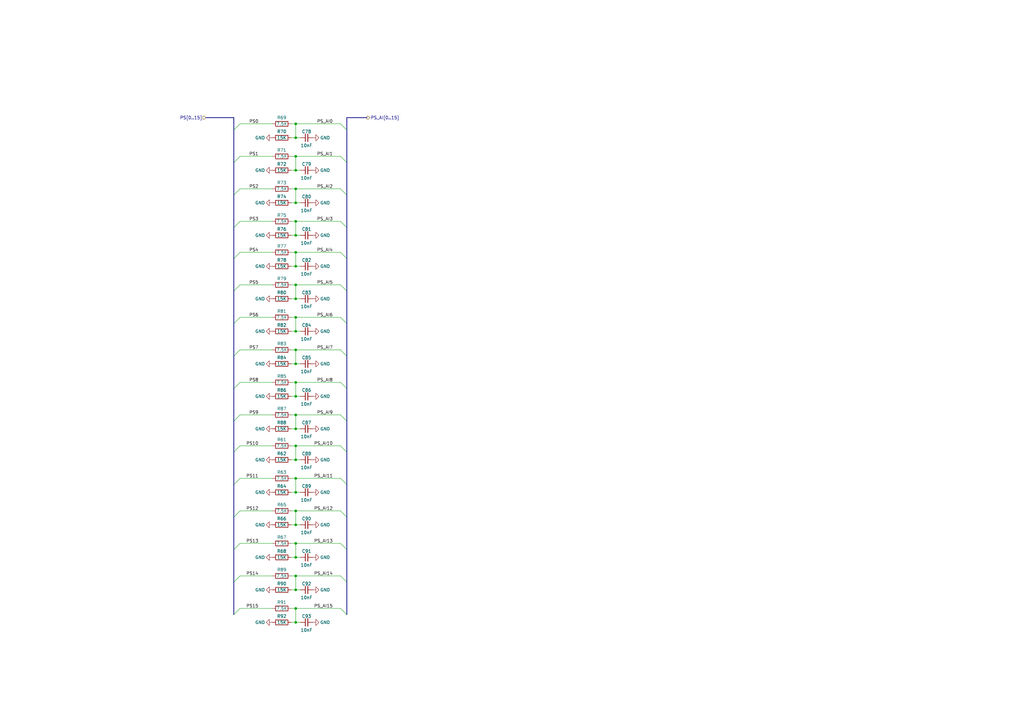
<source format=kicad_sch>
(kicad_sch (version 20230121) (generator eeschema)

  (uuid dd3975a0-d0cc-4af9-b8eb-a5a7558f9005)

  (paper "A3")

  (lib_symbols
    (symbol "Device:C_Small" (pin_numbers hide) (pin_names (offset 0.254) hide) (in_bom yes) (on_board yes)
      (property "Reference" "C" (at 0.254 1.778 0)
        (effects (font (size 1.27 1.27)) (justify left))
      )
      (property "Value" "C_Small" (at 0.254 -2.032 0)
        (effects (font (size 1.27 1.27)) (justify left))
      )
      (property "Footprint" "" (at 0 0 0)
        (effects (font (size 1.27 1.27)) hide)
      )
      (property "Datasheet" "~" (at 0 0 0)
        (effects (font (size 1.27 1.27)) hide)
      )
      (property "ki_keywords" "capacitor cap" (at 0 0 0)
        (effects (font (size 1.27 1.27)) hide)
      )
      (property "ki_description" "Unpolarized capacitor, small symbol" (at 0 0 0)
        (effects (font (size 1.27 1.27)) hide)
      )
      (property "ki_fp_filters" "C_*" (at 0 0 0)
        (effects (font (size 1.27 1.27)) hide)
      )
      (symbol "C_Small_0_1"
        (polyline
          (pts
            (xy -1.524 -0.508)
            (xy 1.524 -0.508)
          )
          (stroke (width 0.3302) (type default))
          (fill (type none))
        )
        (polyline
          (pts
            (xy -1.524 0.508)
            (xy 1.524 0.508)
          )
          (stroke (width 0.3048) (type default))
          (fill (type none))
        )
      )
      (symbol "C_Small_1_1"
        (pin passive line (at 0 2.54 270) (length 2.032)
          (name "~" (effects (font (size 1.27 1.27))))
          (number "1" (effects (font (size 1.27 1.27))))
        )
        (pin passive line (at 0 -2.54 90) (length 2.032)
          (name "~" (effects (font (size 1.27 1.27))))
          (number "2" (effects (font (size 1.27 1.27))))
        )
      )
    )
    (symbol "Device:R" (pin_numbers hide) (pin_names (offset 0)) (in_bom yes) (on_board yes)
      (property "Reference" "R" (at 2.032 0 90)
        (effects (font (size 1.27 1.27)))
      )
      (property "Value" "R" (at 0 0 90)
        (effects (font (size 1.27 1.27)))
      )
      (property "Footprint" "" (at -1.778 0 90)
        (effects (font (size 1.27 1.27)) hide)
      )
      (property "Datasheet" "~" (at 0 0 0)
        (effects (font (size 1.27 1.27)) hide)
      )
      (property "ki_keywords" "R res resistor" (at 0 0 0)
        (effects (font (size 1.27 1.27)) hide)
      )
      (property "ki_description" "Resistor" (at 0 0 0)
        (effects (font (size 1.27 1.27)) hide)
      )
      (property "ki_fp_filters" "R_*" (at 0 0 0)
        (effects (font (size 1.27 1.27)) hide)
      )
      (symbol "R_0_1"
        (rectangle (start -1.016 -2.54) (end 1.016 2.54)
          (stroke (width 0.254) (type default))
          (fill (type none))
        )
      )
      (symbol "R_1_1"
        (pin passive line (at 0 3.81 270) (length 1.27)
          (name "~" (effects (font (size 1.27 1.27))))
          (number "1" (effects (font (size 1.27 1.27))))
        )
        (pin passive line (at 0 -3.81 90) (length 1.27)
          (name "~" (effects (font (size 1.27 1.27))))
          (number "2" (effects (font (size 1.27 1.27))))
        )
      )
    )
    (symbol "power:GND" (power) (pin_names (offset 0)) (in_bom yes) (on_board yes)
      (property "Reference" "#PWR" (at 0 -6.35 0)
        (effects (font (size 1.27 1.27)) hide)
      )
      (property "Value" "GND" (at 0 -3.81 0)
        (effects (font (size 1.27 1.27)))
      )
      (property "Footprint" "" (at 0 0 0)
        (effects (font (size 1.27 1.27)) hide)
      )
      (property "Datasheet" "" (at 0 0 0)
        (effects (font (size 1.27 1.27)) hide)
      )
      (property "ki_keywords" "global power" (at 0 0 0)
        (effects (font (size 1.27 1.27)) hide)
      )
      (property "ki_description" "Power symbol creates a global label with name \"GND\" , ground" (at 0 0 0)
        (effects (font (size 1.27 1.27)) hide)
      )
      (symbol "GND_0_1"
        (polyline
          (pts
            (xy 0 0)
            (xy 0 -1.27)
            (xy 1.27 -1.27)
            (xy 0 -2.54)
            (xy -1.27 -1.27)
            (xy 0 -1.27)
          )
          (stroke (width 0) (type default))
          (fill (type none))
        )
      )
      (symbol "GND_1_1"
        (pin power_in line (at 0 0 270) (length 0) hide
          (name "GND" (effects (font (size 1.27 1.27))))
          (number "1" (effects (font (size 1.27 1.27))))
        )
      )
    )
  )

  (junction (at 121.285 249.555) (diameter 0) (color 0 0 0 0)
    (uuid 0dbf11aa-ef31-43de-b493-a5bc6d9a0a5f)
  )
  (junction (at 121.285 130.175) (diameter 0) (color 0 0 0 0)
    (uuid 153ad05c-d164-4444-954a-b728dd3329ca)
  )
  (junction (at 121.285 135.89) (diameter 0) (color 0 0 0 0)
    (uuid 1bbc3419-bb2e-4b25-afba-58bbd6e73a01)
  )
  (junction (at 121.285 162.56) (diameter 0) (color 0 0 0 0)
    (uuid 225c96df-0749-4e1d-89e9-32148e84dc6e)
  )
  (junction (at 121.285 83.185) (diameter 0) (color 0 0 0 0)
    (uuid 24165b39-d7ef-448e-8d5f-aae8089a5065)
  )
  (junction (at 121.285 96.52) (diameter 0) (color 0 0 0 0)
    (uuid 2d16c187-e831-43a4-8457-a89b31b97041)
  )
  (junction (at 121.285 103.505) (diameter 0) (color 0 0 0 0)
    (uuid 3789659d-49eb-48fa-8b02-a1bfef0f4d55)
  )
  (junction (at 121.285 241.935) (diameter 0) (color 0 0 0 0)
    (uuid 37afd053-2003-4ee0-b184-6d003b239a37)
  )
  (junction (at 121.285 170.18) (diameter 0) (color 0 0 0 0)
    (uuid 3dad3b88-fc9f-4f9b-9ed5-aa43282a224f)
  )
  (junction (at 121.285 236.22) (diameter 0) (color 0 0 0 0)
    (uuid 423e3ffe-5ca5-4639-bf58-f5b404bdbd41)
  )
  (junction (at 121.285 56.515) (diameter 0) (color 0 0 0 0)
    (uuid 50b345fd-82ba-4501-96ca-4ce8d98e35ad)
  )
  (junction (at 121.285 175.895) (diameter 0) (color 0 0 0 0)
    (uuid 51ad3a21-7530-4738-9a3d-1a729b33a47d)
  )
  (junction (at 121.285 50.8) (diameter 0) (color 0 0 0 0)
    (uuid 6ee1f173-5a53-4167-bf1d-dc73c5f90770)
  )
  (junction (at 121.285 77.47) (diameter 0) (color 0 0 0 0)
    (uuid 7230645c-5905-46da-8869-fba2b173bd8a)
  )
  (junction (at 121.285 149.225) (diameter 0) (color 0 0 0 0)
    (uuid 8432776e-66c3-4c91-815d-c77b499ea718)
  )
  (junction (at 121.285 228.6) (diameter 0) (color 0 0 0 0)
    (uuid 9260e086-19f8-40fb-86cd-f7455ebd7234)
  )
  (junction (at 121.285 201.93) (diameter 0) (color 0 0 0 0)
    (uuid 935f4f47-ab9e-41a9-9c72-e7c7e7f67f74)
  )
  (junction (at 121.285 156.845) (diameter 0) (color 0 0 0 0)
    (uuid 98fc3755-0f52-45af-bbb3-8213031fcfe5)
  )
  (junction (at 121.285 90.805) (diameter 0) (color 0 0 0 0)
    (uuid 9e5f160e-6fd4-4cf5-b148-45328d9aa341)
  )
  (junction (at 121.285 255.27) (diameter 0) (color 0 0 0 0)
    (uuid a0a88a57-e5bd-42db-8fb3-a403c15437ec)
  )
  (junction (at 121.285 215.265) (diameter 0) (color 0 0 0 0)
    (uuid a47cc73a-9367-4d37-8622-032bbd482e73)
  )
  (junction (at 121.285 182.88) (diameter 0) (color 0 0 0 0)
    (uuid a770c437-0203-4605-940a-32c1fe126a7d)
  )
  (junction (at 121.285 196.215) (diameter 0) (color 0 0 0 0)
    (uuid b7ae87ea-8f09-4c6f-bde0-b4877d3f5f58)
  )
  (junction (at 121.285 69.85) (diameter 0) (color 0 0 0 0)
    (uuid cf2ca5f1-507d-48ae-b0f6-9de25435ef0e)
  )
  (junction (at 121.285 188.595) (diameter 0) (color 0 0 0 0)
    (uuid d4ef7db8-b468-4420-808f-781c8b60cbde)
  )
  (junction (at 121.285 64.135) (diameter 0) (color 0 0 0 0)
    (uuid de71674d-577d-4d5b-99a6-46ab4d7fdde8)
  )
  (junction (at 121.285 143.51) (diameter 0) (color 0 0 0 0)
    (uuid e1e60af4-829c-4b8e-a9bb-34964371e9a0)
  )
  (junction (at 121.285 222.885) (diameter 0) (color 0 0 0 0)
    (uuid e66d8a31-305f-409e-a5bd-3943d4bacf3d)
  )
  (junction (at 121.285 122.555) (diameter 0) (color 0 0 0 0)
    (uuid f113997c-cd49-44fe-bf99-32518d21651e)
  )
  (junction (at 121.285 209.55) (diameter 0) (color 0 0 0 0)
    (uuid fa35f272-f051-4ccb-a2f5-e60b892df74d)
  )
  (junction (at 121.285 109.22) (diameter 0) (color 0 0 0 0)
    (uuid fdcb29fd-ffed-4678-b4af-9c2aef249adb)
  )
  (junction (at 121.285 116.84) (diameter 0) (color 0 0 0 0)
    (uuid fe98fb86-b236-4b61-87c7-c317874f9c8b)
  )

  (bus_entry (at 139.7 156.845) (size 2.54 2.54)
    (stroke (width 0) (type default))
    (uuid 072c4074-700f-4b59-a419-4915ab971e6c)
  )
  (bus_entry (at 139.7 116.84) (size 2.54 2.54)
    (stroke (width 0) (type default))
    (uuid 10288d32-6ba4-43ea-a0bf-aa64a57f622f)
  )
  (bus_entry (at 139.7 77.47) (size 2.54 2.54)
    (stroke (width 0) (type default))
    (uuid 2b0fc4e0-14f3-4773-ad94-b95db2948d1d)
  )
  (bus_entry (at 98.425 196.215) (size -2.54 2.54)
    (stroke (width 0) (type default))
    (uuid 2eff1d3c-c86c-4193-b876-031fba29ab85)
  )
  (bus_entry (at 98.425 209.55) (size -2.54 2.54)
    (stroke (width 0) (type default))
    (uuid 306b456f-8b7f-45f4-97f3-894cf94e9677)
  )
  (bus_entry (at 98.425 170.18) (size -2.54 2.54)
    (stroke (width 0) (type default))
    (uuid 3d072285-bb33-4bdf-bdd2-e44fb48ef2d6)
  )
  (bus_entry (at 139.7 222.885) (size 2.54 2.54)
    (stroke (width 0) (type default))
    (uuid 47428d94-6275-4cf3-9cc5-3889de03cd8f)
  )
  (bus_entry (at 98.425 64.135) (size -2.54 2.54)
    (stroke (width 0) (type default))
    (uuid 58c86da8-e5b5-4ebd-bb55-756af485b840)
  )
  (bus_entry (at 139.7 196.215) (size 2.54 2.54)
    (stroke (width 0) (type default))
    (uuid 6456e91a-cee9-448c-938a-3148795608af)
  )
  (bus_entry (at 98.425 236.22) (size -2.54 2.54)
    (stroke (width 0) (type default))
    (uuid 65979b69-decf-494b-90f6-2e49f3453a72)
  )
  (bus_entry (at 98.425 156.845) (size -2.54 2.54)
    (stroke (width 0) (type default))
    (uuid 66409274-efae-4c4c-b2ea-a0b8708200f1)
  )
  (bus_entry (at 98.425 130.175) (size -2.54 2.54)
    (stroke (width 0) (type default))
    (uuid 69a0356f-73e9-482f-88b2-f4e0cd04e0ed)
  )
  (bus_entry (at 98.425 90.805) (size -2.54 2.54)
    (stroke (width 0) (type default))
    (uuid 75188f25-7652-4da9-8b3f-d9f521b3a352)
  )
  (bus_entry (at 139.7 170.18) (size 2.54 2.54)
    (stroke (width 0) (type default))
    (uuid 7e2b81ac-11fe-4de6-8073-55b4b7ba9a94)
  )
  (bus_entry (at 139.7 130.175) (size 2.54 2.54)
    (stroke (width 0) (type default))
    (uuid 851001d9-fda7-4166-bf63-f52d4bf4c6f6)
  )
  (bus_entry (at 98.425 103.505) (size -2.54 2.54)
    (stroke (width 0) (type default))
    (uuid 86191b20-81f6-4f1b-a7b3-00f6ff4c57d4)
  )
  (bus_entry (at 98.425 116.84) (size -2.54 2.54)
    (stroke (width 0) (type default))
    (uuid 877aac9a-cf2a-410a-8881-923929e6365b)
  )
  (bus_entry (at 98.425 50.8) (size -2.54 2.54)
    (stroke (width 0) (type default))
    (uuid 8b37cdd4-1c3d-4d27-9cbc-a6fe18344acc)
  )
  (bus_entry (at 139.7 249.555) (size 2.54 2.54)
    (stroke (width 0) (type default))
    (uuid a59b1209-776c-44d6-979e-88e5edebdcf3)
  )
  (bus_entry (at 139.7 143.51) (size 2.54 2.54)
    (stroke (width 0) (type default))
    (uuid a5fbef4d-ec5c-4985-b0b4-e5a6ff530c2d)
  )
  (bus_entry (at 139.7 50.8) (size 2.54 2.54)
    (stroke (width 0) (type default))
    (uuid a6882598-c684-4528-b3fb-32b5b8e4def0)
  )
  (bus_entry (at 98.425 143.51) (size -2.54 2.54)
    (stroke (width 0) (type default))
    (uuid a7b694dc-fb08-43ab-a68e-96639f0ad5cb)
  )
  (bus_entry (at 139.7 182.88) (size 2.54 2.54)
    (stroke (width 0) (type default))
    (uuid b1655888-a3bd-480f-b3f6-7fc29398aea0)
  )
  (bus_entry (at 139.7 236.22) (size 2.54 2.54)
    (stroke (width 0) (type default))
    (uuid b3981ac2-2f26-4685-b680-9fb665dd14ef)
  )
  (bus_entry (at 98.425 249.555) (size -2.54 2.54)
    (stroke (width 0) (type default))
    (uuid b48b1a03-9f37-4a89-8617-ee5c204cd431)
  )
  (bus_entry (at 98.425 77.47) (size -2.54 2.54)
    (stroke (width 0) (type default))
    (uuid bebdefef-9caf-4b6e-9e8a-c46c016b618a)
  )
  (bus_entry (at 98.425 182.88) (size -2.54 2.54)
    (stroke (width 0) (type default))
    (uuid d0c0e749-61b1-44f2-98d9-8016e2fb1f86)
  )
  (bus_entry (at 139.7 90.805) (size 2.54 2.54)
    (stroke (width 0) (type default))
    (uuid d6f2db37-96d0-41ce-a96b-fded08d9fbab)
  )
  (bus_entry (at 139.7 64.135) (size 2.54 2.54)
    (stroke (width 0) (type default))
    (uuid e1913969-86ae-4a0d-add5-48557bf6d365)
  )
  (bus_entry (at 98.425 222.885) (size -2.54 2.54)
    (stroke (width 0) (type default))
    (uuid f7ced3a8-b9f7-440f-852f-14e115f74e1b)
  )
  (bus_entry (at 139.7 209.55) (size 2.54 2.54)
    (stroke (width 0) (type default))
    (uuid fa0dbc63-963e-491f-be1e-1fa227573967)
  )
  (bus_entry (at 139.7 103.505) (size 2.54 2.54)
    (stroke (width 0) (type default))
    (uuid fac5698e-70ce-4804-a7c5-359388814e0f)
  )

  (wire (pts (xy 121.285 196.215) (xy 121.285 201.93))
    (stroke (width 0) (type default))
    (uuid 00070310-fea6-4caf-a410-e5e50b0c2ad0)
  )
  (bus (pts (xy 95.885 159.385) (xy 95.885 172.72))
    (stroke (width 0) (type default))
    (uuid 015a4bfb-7cdf-41b6-9c8a-70e72a1ae9c3)
  )

  (wire (pts (xy 119.38 69.85) (xy 121.285 69.85))
    (stroke (width 0) (type default))
    (uuid 01eed532-c021-4ca0-9c43-18a588ab6e57)
  )
  (wire (pts (xy 121.285 209.55) (xy 139.7 209.55))
    (stroke (width 0) (type default))
    (uuid 0392d8e2-8dbe-4a73-b64a-54ebdb2a61c4)
  )
  (wire (pts (xy 119.38 64.135) (xy 121.285 64.135))
    (stroke (width 0) (type default))
    (uuid 03c38732-bfa9-4aeb-b366-9ee39a11da3e)
  )
  (wire (pts (xy 98.425 222.885) (xy 111.76 222.885))
    (stroke (width 0) (type default))
    (uuid 06affd03-0e0f-49f4-9423-754262f08a91)
  )
  (wire (pts (xy 119.38 228.6) (xy 121.285 228.6))
    (stroke (width 0) (type default))
    (uuid 073eba82-f8a7-4dc7-bd04-1357c687a46c)
  )
  (bus (pts (xy 150.495 48.26) (xy 142.24 48.26))
    (stroke (width 0) (type default))
    (uuid 0a2f4eaa-5985-4e37-b328-19e78f12123e)
  )

  (wire (pts (xy 98.425 182.88) (xy 111.76 182.88))
    (stroke (width 0) (type default))
    (uuid 0d76205a-8a9c-4642-96fe-6ad6b3fffc20)
  )
  (wire (pts (xy 98.425 77.47) (xy 111.76 77.47))
    (stroke (width 0) (type default))
    (uuid 0e082d8b-918f-4f7d-a772-cb78762493ac)
  )
  (wire (pts (xy 121.285 255.27) (xy 123.19 255.27))
    (stroke (width 0) (type default))
    (uuid 0f4f784b-6404-4ebc-98c4-131d47a37846)
  )
  (wire (pts (xy 121.285 56.515) (xy 123.19 56.515))
    (stroke (width 0) (type default))
    (uuid 0fa51a5c-9dff-4269-b462-afbbc3e148ab)
  )
  (wire (pts (xy 121.285 116.84) (xy 121.285 122.555))
    (stroke (width 0) (type default))
    (uuid 1175d614-5e14-48de-9ff1-8af8941abbc0)
  )
  (wire (pts (xy 119.38 222.885) (xy 121.285 222.885))
    (stroke (width 0) (type default))
    (uuid 1305a3ab-e3fb-4231-814a-17e5fd6863e9)
  )
  (wire (pts (xy 119.38 56.515) (xy 121.285 56.515))
    (stroke (width 0) (type default))
    (uuid 15a42cf3-5b19-4afd-8313-92eac18ba5e7)
  )
  (bus (pts (xy 142.24 53.34) (xy 142.24 66.675))
    (stroke (width 0) (type default))
    (uuid 1c790e61-86b7-4cd4-aed4-ecc99cacdde0)
  )

  (wire (pts (xy 98.425 50.8) (xy 111.76 50.8))
    (stroke (width 0) (type default))
    (uuid 1cd642d1-e192-447b-b22a-3e53d5970c82)
  )
  (wire (pts (xy 121.285 201.93) (xy 123.19 201.93))
    (stroke (width 0) (type default))
    (uuid 1dd1e07d-3379-4b03-972f-e3f701c3f7ea)
  )
  (wire (pts (xy 119.38 215.265) (xy 121.285 215.265))
    (stroke (width 0) (type default))
    (uuid 1f47a8c4-6d21-44ed-9e13-2e943c20d926)
  )
  (wire (pts (xy 121.285 77.47) (xy 139.7 77.47))
    (stroke (width 0) (type default))
    (uuid 1fe7252f-7fe4-482b-80c5-b38ecdd14f02)
  )
  (wire (pts (xy 119.38 130.175) (xy 121.285 130.175))
    (stroke (width 0) (type default))
    (uuid 20245903-2865-4be5-967b-e210a0b2bef5)
  )
  (wire (pts (xy 119.38 209.55) (xy 121.285 209.55))
    (stroke (width 0) (type default))
    (uuid 20a47538-5c15-43fa-b704-82706768036d)
  )
  (wire (pts (xy 121.285 196.215) (xy 139.7 196.215))
    (stroke (width 0) (type default))
    (uuid 22a6e60d-b1b7-46e2-a1ab-a6a091dc5188)
  )
  (wire (pts (xy 121.285 96.52) (xy 123.19 96.52))
    (stroke (width 0) (type default))
    (uuid 23a425aa-311f-41f6-8a78-fa6adcb51030)
  )
  (wire (pts (xy 121.285 143.51) (xy 121.285 149.225))
    (stroke (width 0) (type default))
    (uuid 2864933d-adb4-4cf2-9dfa-7a7f5448ef2e)
  )
  (wire (pts (xy 98.425 143.51) (xy 111.76 143.51))
    (stroke (width 0) (type default))
    (uuid 287855d9-26c4-4cf2-a685-287a8dc0b27a)
  )
  (wire (pts (xy 119.38 241.935) (xy 121.285 241.935))
    (stroke (width 0) (type default))
    (uuid 28e2e710-7e76-4d1c-b8fe-8e3c68d44f07)
  )
  (wire (pts (xy 121.285 182.88) (xy 121.285 188.595))
    (stroke (width 0) (type default))
    (uuid 29057ea5-e507-4497-8b61-38b8b4cc7de0)
  )
  (wire (pts (xy 121.285 149.225) (xy 123.19 149.225))
    (stroke (width 0) (type default))
    (uuid 2b48f13b-1d1b-452a-8af0-e116044671fc)
  )
  (wire (pts (xy 119.38 50.8) (xy 121.285 50.8))
    (stroke (width 0) (type default))
    (uuid 2bc59faf-8f15-42b9-8838-1a004ccf030b)
  )
  (wire (pts (xy 98.425 90.805) (xy 111.76 90.805))
    (stroke (width 0) (type default))
    (uuid 2d77e7c3-0362-4e48-a79f-0605c5c2b29b)
  )
  (wire (pts (xy 121.285 130.175) (xy 139.7 130.175))
    (stroke (width 0) (type default))
    (uuid 33cff70f-edca-42e8-ab25-819e6e10af6b)
  )
  (wire (pts (xy 119.38 143.51) (xy 121.285 143.51))
    (stroke (width 0) (type default))
    (uuid 33d805ca-f14b-44bd-a0f5-aa215837facc)
  )
  (wire (pts (xy 121.285 90.805) (xy 139.7 90.805))
    (stroke (width 0) (type default))
    (uuid 35fab4fa-ee2b-4272-a62a-869bbc18b084)
  )
  (wire (pts (xy 121.285 135.89) (xy 123.19 135.89))
    (stroke (width 0) (type default))
    (uuid 3b548649-9d2d-4605-a8a8-2e6d851200e5)
  )
  (wire (pts (xy 121.285 83.185) (xy 123.19 83.185))
    (stroke (width 0) (type default))
    (uuid 3eee011e-0bc7-4e20-941c-9e6186eb22e2)
  )
  (wire (pts (xy 121.285 77.47) (xy 121.285 83.185))
    (stroke (width 0) (type default))
    (uuid 3f4d446f-6fb5-4b7d-9c7d-0c44f81162b3)
  )
  (wire (pts (xy 121.285 228.6) (xy 123.19 228.6))
    (stroke (width 0) (type default))
    (uuid 454c5eba-ebf4-4c05-94e7-0e0a0ca7b7ee)
  )
  (wire (pts (xy 121.285 130.175) (xy 121.285 135.89))
    (stroke (width 0) (type default))
    (uuid 4cf50dc8-05b5-431f-ac52-c84ba5336585)
  )
  (wire (pts (xy 119.38 103.505) (xy 121.285 103.505))
    (stroke (width 0) (type default))
    (uuid 4d2ca3c4-1c2e-44ef-99c9-5d9af0f66441)
  )
  (bus (pts (xy 142.24 238.76) (xy 142.24 252.095))
    (stroke (width 0) (type default))
    (uuid 50dff849-d212-4f0a-9c03-87ce249f3a80)
  )

  (wire (pts (xy 119.38 77.47) (xy 121.285 77.47))
    (stroke (width 0) (type default))
    (uuid 516abd6a-38b9-43c1-8e07-a98e875f1ee7)
  )
  (wire (pts (xy 98.425 130.175) (xy 111.76 130.175))
    (stroke (width 0) (type default))
    (uuid 543d7ecb-f0a9-4338-8517-393cf94baa14)
  )
  (bus (pts (xy 142.24 146.05) (xy 142.24 159.385))
    (stroke (width 0) (type default))
    (uuid 5511dc3c-26a0-4ade-b342-a782a71c8131)
  )
  (bus (pts (xy 95.885 66.675) (xy 95.885 80.01))
    (stroke (width 0) (type default))
    (uuid 562a6a4d-a357-460c-9c34-8943d236b31a)
  )

  (wire (pts (xy 121.285 64.135) (xy 121.285 69.85))
    (stroke (width 0) (type default))
    (uuid 582c039a-f097-4404-8e65-849b5b31295a)
  )
  (bus (pts (xy 95.885 238.76) (xy 95.885 252.095))
    (stroke (width 0) (type default))
    (uuid 5a2eb1ae-ae19-4b2e-8840-3a9393f2fa9a)
  )

  (wire (pts (xy 98.425 236.22) (xy 111.76 236.22))
    (stroke (width 0) (type default))
    (uuid 5b54f4a6-be44-41d3-b6c7-0a27835ac04c)
  )
  (bus (pts (xy 95.885 185.42) (xy 95.885 198.755))
    (stroke (width 0) (type default))
    (uuid 5d3a4471-2109-43b5-b10f-55b7bdc39114)
  )

  (wire (pts (xy 121.285 182.88) (xy 139.7 182.88))
    (stroke (width 0) (type default))
    (uuid 5e49cef4-fd20-4735-bc07-2da9ed2345ee)
  )
  (wire (pts (xy 119.38 236.22) (xy 121.285 236.22))
    (stroke (width 0) (type default))
    (uuid 5e553578-7788-484b-82ce-51620c1b09b7)
  )
  (wire (pts (xy 119.38 90.805) (xy 121.285 90.805))
    (stroke (width 0) (type default))
    (uuid 60b8c783-00be-49af-be9a-a47a047ecd0d)
  )
  (wire (pts (xy 119.38 255.27) (xy 121.285 255.27))
    (stroke (width 0) (type default))
    (uuid 61561441-cadf-4035-a88e-10f7af4e1d5c)
  )
  (wire (pts (xy 98.425 156.845) (xy 111.76 156.845))
    (stroke (width 0) (type default))
    (uuid 6373a9bb-dd6f-41c7-b602-aaabcd7edc7e)
  )
  (bus (pts (xy 95.885 198.755) (xy 95.885 212.09))
    (stroke (width 0) (type default))
    (uuid 647db1bf-9e17-4548-8449-fae72a8e6b3f)
  )

  (wire (pts (xy 121.285 236.22) (xy 121.285 241.935))
    (stroke (width 0) (type default))
    (uuid 64ec101d-0049-417e-9dad-f1adde8541dc)
  )
  (wire (pts (xy 119.38 188.595) (xy 121.285 188.595))
    (stroke (width 0) (type default))
    (uuid 65ba0061-a5b4-472d-b087-eb747c55c0ec)
  )
  (wire (pts (xy 119.38 170.18) (xy 121.285 170.18))
    (stroke (width 0) (type default))
    (uuid 66b29a5b-b0ea-4795-a127-f4a2f2f66a7d)
  )
  (bus (pts (xy 95.885 53.34) (xy 95.885 66.675))
    (stroke (width 0) (type default))
    (uuid 66d49537-a4ff-4b46-a05c-a7a7e2f6cb80)
  )

  (wire (pts (xy 119.38 249.555) (xy 121.285 249.555))
    (stroke (width 0) (type default))
    (uuid 67992ea5-a3b9-476c-8393-46475d5e5f3d)
  )
  (wire (pts (xy 119.38 196.215) (xy 121.285 196.215))
    (stroke (width 0) (type default))
    (uuid 69e45762-5974-4d07-adc7-262fb9e795e5)
  )
  (wire (pts (xy 121.285 103.505) (xy 139.7 103.505))
    (stroke (width 0) (type default))
    (uuid 6a784898-e21b-4160-a3b4-6a2b78de7720)
  )
  (wire (pts (xy 121.285 116.84) (xy 139.7 116.84))
    (stroke (width 0) (type default))
    (uuid 6c414685-d3de-4b58-b2fc-e813853ce9ae)
  )
  (wire (pts (xy 119.38 122.555) (xy 121.285 122.555))
    (stroke (width 0) (type default))
    (uuid 6eccb035-496e-443a-bf32-9b361c2e329f)
  )
  (bus (pts (xy 142.24 93.345) (xy 142.24 106.045))
    (stroke (width 0) (type default))
    (uuid 700f09dd-3186-4664-8146-433c23ef75d6)
  )
  (bus (pts (xy 142.24 119.38) (xy 142.24 132.715))
    (stroke (width 0) (type default))
    (uuid 747225a7-3b2d-479d-b321-ef844f23ca9b)
  )

  (wire (pts (xy 121.285 222.885) (xy 139.7 222.885))
    (stroke (width 0) (type default))
    (uuid 75acb814-2b89-46f5-9e38-bd82a53d563c)
  )
  (wire (pts (xy 119.38 96.52) (xy 121.285 96.52))
    (stroke (width 0) (type default))
    (uuid 77539869-faa4-43da-ac4a-25b6338266ee)
  )
  (bus (pts (xy 95.885 48.26) (xy 95.885 53.34))
    (stroke (width 0) (type default))
    (uuid 7bcc6817-8fb9-4c4f-87f1-9c61d7ebf413)
  )
  (bus (pts (xy 84.455 48.26) (xy 95.885 48.26))
    (stroke (width 0) (type default))
    (uuid 7d183658-2c5c-4b90-b82c-d0304801c31f)
  )

  (wire (pts (xy 121.285 222.885) (xy 121.285 228.6))
    (stroke (width 0) (type default))
    (uuid 7f4998ac-e897-4c23-833b-cf9428407e69)
  )
  (wire (pts (xy 98.425 170.18) (xy 111.76 170.18))
    (stroke (width 0) (type default))
    (uuid 80d9f04b-6f6a-4a90-bbad-b7ff6e03a77f)
  )
  (wire (pts (xy 119.38 175.895) (xy 121.285 175.895))
    (stroke (width 0) (type default))
    (uuid 829213f2-82c7-464b-8c86-25fe6c65c54f)
  )
  (bus (pts (xy 142.24 212.09) (xy 142.24 225.425))
    (stroke (width 0) (type default))
    (uuid 86212e3e-2fdf-4cdf-bf5a-5aa0a2359453)
  )

  (wire (pts (xy 121.285 215.265) (xy 123.19 215.265))
    (stroke (width 0) (type default))
    (uuid 891a8410-3b59-4995-86f4-18ab5ab0609b)
  )
  (wire (pts (xy 121.285 249.555) (xy 121.285 255.27))
    (stroke (width 0) (type default))
    (uuid 8a39a904-a0ff-43cb-bdaa-81e5a81bedc0)
  )
  (bus (pts (xy 95.885 132.715) (xy 95.885 146.05))
    (stroke (width 0) (type default))
    (uuid 8a95f72e-cda0-421e-becb-dae2bcf516d7)
  )

  (wire (pts (xy 121.285 249.555) (xy 139.7 249.555))
    (stroke (width 0) (type default))
    (uuid 8b0feba0-04ad-4f46-9344-c9efb8f2b49c)
  )
  (bus (pts (xy 142.24 80.01) (xy 142.24 93.345))
    (stroke (width 0) (type default))
    (uuid 8cda571b-71d8-4bbd-a344-83662b7cc9da)
  )

  (wire (pts (xy 119.38 149.225) (xy 121.285 149.225))
    (stroke (width 0) (type default))
    (uuid 99771e28-feaf-4aff-8fe6-b0b08e6fd34f)
  )
  (wire (pts (xy 121.285 162.56) (xy 123.19 162.56))
    (stroke (width 0) (type default))
    (uuid 9dc0f937-a406-44c0-ba8e-34ce19872572)
  )
  (wire (pts (xy 119.38 201.93) (xy 121.285 201.93))
    (stroke (width 0) (type default))
    (uuid 9e459779-8515-4296-9729-dc30593cec89)
  )
  (wire (pts (xy 98.425 116.84) (xy 111.76 116.84))
    (stroke (width 0) (type default))
    (uuid a2844ca7-64d8-4794-b8d8-198905e9f8e9)
  )
  (bus (pts (xy 142.24 66.675) (xy 142.24 80.01))
    (stroke (width 0) (type default))
    (uuid a647fc02-8aa3-4fa3-bffc-f808116a8dda)
  )

  (wire (pts (xy 121.285 188.595) (xy 123.19 188.595))
    (stroke (width 0) (type default))
    (uuid a731afe1-5d8f-4993-84d7-2341a113d10e)
  )
  (wire (pts (xy 121.285 156.845) (xy 121.285 162.56))
    (stroke (width 0) (type default))
    (uuid a7d8ab58-24de-48a4-bfd0-dd594f46fd94)
  )
  (bus (pts (xy 142.24 106.045) (xy 142.24 119.38))
    (stroke (width 0) (type default))
    (uuid ac7309cc-54d4-4315-9fa3-3157a0c9e212)
  )

  (wire (pts (xy 98.425 209.55) (xy 111.76 209.55))
    (stroke (width 0) (type default))
    (uuid b0bb5eac-18fe-4453-8593-f0035e840c79)
  )
  (bus (pts (xy 95.885 119.38) (xy 95.885 132.715))
    (stroke (width 0) (type default))
    (uuid b2789ce8-797f-433f-b7ea-0d12dad46708)
  )
  (bus (pts (xy 142.24 185.42) (xy 142.24 198.755))
    (stroke (width 0) (type default))
    (uuid b8765030-cc63-4549-82b9-393940582dec)
  )

  (wire (pts (xy 121.285 170.18) (xy 139.7 170.18))
    (stroke (width 0) (type default))
    (uuid ba408815-43b1-47ac-9592-98ca6c4952c6)
  )
  (wire (pts (xy 121.285 103.505) (xy 121.285 109.22))
    (stroke (width 0) (type default))
    (uuid bbb794df-169a-4ac2-ae64-e831e56a3cfd)
  )
  (bus (pts (xy 95.885 172.72) (xy 95.885 185.42))
    (stroke (width 0) (type default))
    (uuid bd2a58ff-2c80-4245-b529-3d2e4d8451f0)
  )

  (wire (pts (xy 119.38 83.185) (xy 121.285 83.185))
    (stroke (width 0) (type default))
    (uuid beebdda5-699b-41cc-8cab-b9888ad8229b)
  )
  (wire (pts (xy 121.285 170.18) (xy 121.285 175.895))
    (stroke (width 0) (type default))
    (uuid c37d850e-a1b6-4004-a1e9-8483ab701051)
  )
  (bus (pts (xy 95.885 93.345) (xy 95.885 106.045))
    (stroke (width 0) (type default))
    (uuid c5a2d91d-2261-46e5-b767-85a7a686a19f)
  )

  (wire (pts (xy 119.38 135.89) (xy 121.285 135.89))
    (stroke (width 0) (type default))
    (uuid c7c76838-f268-4249-ac1c-6171619648e8)
  )
  (wire (pts (xy 121.285 50.8) (xy 121.285 56.515))
    (stroke (width 0) (type default))
    (uuid c9b643d8-e5a5-401a-9e53-ee0c1e0b5db1)
  )
  (bus (pts (xy 95.885 212.09) (xy 95.885 225.425))
    (stroke (width 0) (type default))
    (uuid cb667cba-3b56-4c5f-8573-4c9302438da4)
  )
  (bus (pts (xy 142.24 48.26) (xy 142.24 53.34))
    (stroke (width 0) (type default))
    (uuid cc088c42-52db-4ae8-b1fc-06ce61eb6147)
  )
  (bus (pts (xy 95.885 225.425) (xy 95.885 238.76))
    (stroke (width 0) (type default))
    (uuid ccb41cbe-32c7-4ac7-8dde-32866f189cc4)
  )
  (bus (pts (xy 142.24 225.425) (xy 142.24 238.76))
    (stroke (width 0) (type default))
    (uuid ce4837a3-f444-43ad-be9a-3e266ad5616a)
  )

  (wire (pts (xy 121.285 156.845) (xy 139.7 156.845))
    (stroke (width 0) (type default))
    (uuid d0a5fbbc-2175-4936-878b-b5e81e555de6)
  )
  (wire (pts (xy 98.425 196.215) (xy 111.76 196.215))
    (stroke (width 0) (type default))
    (uuid d101da30-18ba-4284-bff6-5a914632e636)
  )
  (wire (pts (xy 119.38 109.22) (xy 121.285 109.22))
    (stroke (width 0) (type default))
    (uuid d4cefbdc-219f-417f-b166-1ca750b5995d)
  )
  (wire (pts (xy 119.38 116.84) (xy 121.285 116.84))
    (stroke (width 0) (type default))
    (uuid d55d2e71-c182-4ba7-aef6-5650bd9e1f45)
  )
  (bus (pts (xy 142.24 132.715) (xy 142.24 146.05))
    (stroke (width 0) (type default))
    (uuid d81848a9-480c-4ab7-befe-075d897a0b65)
  )

  (wire (pts (xy 121.285 236.22) (xy 139.7 236.22))
    (stroke (width 0) (type default))
    (uuid d8f29d3f-5484-44e9-b836-3ed3e53ed230)
  )
  (wire (pts (xy 121.285 122.555) (xy 123.19 122.555))
    (stroke (width 0) (type default))
    (uuid d9e330d4-0822-4fa6-a525-1ab4d483b708)
  )
  (wire (pts (xy 121.285 109.22) (xy 123.19 109.22))
    (stroke (width 0) (type default))
    (uuid db51c7b6-8fb3-4f21-89e1-347aaf67d985)
  )
  (wire (pts (xy 121.285 50.8) (xy 139.7 50.8))
    (stroke (width 0) (type default))
    (uuid dcbbd039-6691-4cfa-91e8-bed61bc0cdb0)
  )
  (wire (pts (xy 121.285 143.51) (xy 139.7 143.51))
    (stroke (width 0) (type default))
    (uuid dcd6f192-cb77-4d15-9ba4-323ac2610d2e)
  )
  (wire (pts (xy 121.285 209.55) (xy 121.285 215.265))
    (stroke (width 0) (type default))
    (uuid de95bba0-d181-4715-873d-32d2e34cb2ce)
  )
  (wire (pts (xy 121.285 90.805) (xy 121.285 96.52))
    (stroke (width 0) (type default))
    (uuid df484248-b6d8-4907-95bc-3c918f117056)
  )
  (wire (pts (xy 121.285 241.935) (xy 123.19 241.935))
    (stroke (width 0) (type default))
    (uuid e10ab12f-0ccd-4c8c-a757-8efcd61dea60)
  )
  (wire (pts (xy 98.425 103.505) (xy 111.76 103.505))
    (stroke (width 0) (type default))
    (uuid e1a77043-b790-47c2-9b0b-6626043aa962)
  )
  (wire (pts (xy 121.285 175.895) (xy 123.19 175.895))
    (stroke (width 0) (type default))
    (uuid e51a0f43-5cf0-4ba2-ad21-12135dc42782)
  )
  (wire (pts (xy 121.285 69.85) (xy 123.19 69.85))
    (stroke (width 0) (type default))
    (uuid e7483946-617c-46ce-8ff4-05a09513d00d)
  )
  (bus (pts (xy 95.885 146.05) (xy 95.885 159.385))
    (stroke (width 0) (type default))
    (uuid e7eaa3dc-5445-406e-9e12-d9061e21d590)
  )
  (bus (pts (xy 95.885 80.01) (xy 95.885 93.345))
    (stroke (width 0) (type default))
    (uuid ed89b0c0-16c4-4395-87b5-25e9ba5243c5)
  )
  (bus (pts (xy 95.885 106.045) (xy 95.885 119.38))
    (stroke (width 0) (type default))
    (uuid f32fdf9c-8ad3-4b17-9d07-0901d065e72f)
  )

  (wire (pts (xy 119.38 162.56) (xy 121.285 162.56))
    (stroke (width 0) (type default))
    (uuid f3dcc849-0643-4af8-ae8a-d4d8454d4b61)
  )
  (bus (pts (xy 142.24 198.755) (xy 142.24 212.09))
    (stroke (width 0) (type default))
    (uuid f6db71b3-2279-42d0-b30d-60054a86ef12)
  )

  (wire (pts (xy 98.425 64.135) (xy 111.76 64.135))
    (stroke (width 0) (type default))
    (uuid f831e4fd-8ce3-4e53-b9f0-eb4e7a533ee9)
  )
  (wire (pts (xy 98.425 249.555) (xy 111.76 249.555))
    (stroke (width 0) (type default))
    (uuid f8841999-6f16-4061-8193-e9365e3bc850)
  )
  (bus (pts (xy 142.24 159.385) (xy 142.24 172.72))
    (stroke (width 0) (type default))
    (uuid f8ceb7ab-6887-4574-a2f9-34a9f1768f2b)
  )
  (bus (pts (xy 142.24 172.72) (xy 142.24 185.42))
    (stroke (width 0) (type default))
    (uuid f9cf2554-6b87-47b0-b11b-a6648b988ba4)
  )

  (wire (pts (xy 119.38 182.88) (xy 121.285 182.88))
    (stroke (width 0) (type default))
    (uuid f9d052fa-0128-4415-b170-a5e62adad51e)
  )
  (wire (pts (xy 121.285 64.135) (xy 139.7 64.135))
    (stroke (width 0) (type default))
    (uuid fa3979ad-d9a0-4bbb-b254-e560a45da9e4)
  )
  (wire (pts (xy 119.38 156.845) (xy 121.285 156.845))
    (stroke (width 0) (type default))
    (uuid fda8ec16-794a-48ef-b9a1-abb86bda3bc2)
  )

  (label "PS8" (at 106.045 156.845 180) (fields_autoplaced)
    (effects (font (size 1.27 1.27)) (justify right bottom))
    (uuid 16b0fcfd-7bff-40fc-8555-86ec9f09ac7a)
  )
  (label "PS_AI3" (at 136.525 90.805 180) (fields_autoplaced)
    (effects (font (size 1.27 1.27)) (justify right bottom))
    (uuid 176542ae-abb7-40b3-96b1-74df39830424)
  )
  (label "PS_AI14" (at 136.525 236.22 180) (fields_autoplaced)
    (effects (font (size 1.27 1.27)) (justify right bottom))
    (uuid 258e5731-bb27-428b-b22a-7d0304f3aeb7)
  )
  (label "PS_AI12" (at 136.525 209.55 180) (fields_autoplaced)
    (effects (font (size 1.27 1.27)) (justify right bottom))
    (uuid 34736e3e-70c4-45b7-b629-8844af28d4d4)
  )
  (label "PS_AI15" (at 136.525 249.555 180) (fields_autoplaced)
    (effects (font (size 1.27 1.27)) (justify right bottom))
    (uuid 3a0aaecc-c168-45da-98df-5e6d045db3e7)
  )
  (label "PS11" (at 106.045 196.215 180) (fields_autoplaced)
    (effects (font (size 1.27 1.27)) (justify right bottom))
    (uuid 3a405f3e-29dd-4e5e-acb8-ec92a0d03e3f)
  )
  (label "PS4" (at 106.045 103.505 180) (fields_autoplaced)
    (effects (font (size 1.27 1.27)) (justify right bottom))
    (uuid 404a2562-65ab-4c68-a5aa-99ba24c77dd9)
  )
  (label "PS_AI1" (at 136.525 64.135 180) (fields_autoplaced)
    (effects (font (size 1.27 1.27)) (justify right bottom))
    (uuid 4cd9bb6d-1957-438c-84af-9ba70476f1d2)
  )
  (label "PS_AI4" (at 136.525 103.505 180) (fields_autoplaced)
    (effects (font (size 1.27 1.27)) (justify right bottom))
    (uuid 5079c4d1-3874-4418-b6f0-77b98d1d57cd)
  )
  (label "PS12" (at 106.045 209.55 180) (fields_autoplaced)
    (effects (font (size 1.27 1.27)) (justify right bottom))
    (uuid 5b41442a-d035-44e0-963f-fa96bedd0280)
  )
  (label "PS_AI13" (at 136.525 222.885 180) (fields_autoplaced)
    (effects (font (size 1.27 1.27)) (justify right bottom))
    (uuid 629f150e-bb68-4366-adea-555d44b6a955)
  )
  (label "PS_AI6" (at 136.525 130.175 180) (fields_autoplaced)
    (effects (font (size 1.27 1.27)) (justify right bottom))
    (uuid 65ce8a39-1836-4ad8-82f2-1c2c2bf58a46)
  )
  (label "PS0" (at 106.045 50.8 180) (fields_autoplaced)
    (effects (font (size 1.27 1.27)) (justify right bottom))
    (uuid 70edaaf6-2553-43c0-9d39-8424c4acad31)
  )
  (label "PS_AI0" (at 136.525 50.8 180) (fields_autoplaced)
    (effects (font (size 1.27 1.27)) (justify right bottom))
    (uuid 7a51c1c9-fe03-4188-bbb0-78e42e88c493)
  )
  (label "PS15" (at 106.045 249.555 180) (fields_autoplaced)
    (effects (font (size 1.27 1.27)) (justify right bottom))
    (uuid 7b56a104-7a76-4dd0-8864-5250a0319202)
  )
  (label "PS_AI11" (at 136.525 196.215 180) (fields_autoplaced)
    (effects (font (size 1.27 1.27)) (justify right bottom))
    (uuid 7bfa2e9d-1bd4-4699-b005-ae9215027b5e)
  )
  (label "PS7" (at 106.045 143.51 180) (fields_autoplaced)
    (effects (font (size 1.27 1.27)) (justify right bottom))
    (uuid 9b851e64-7044-40d1-96de-e355fdaa2853)
  )
  (label "PS5" (at 106.045 116.84 180) (fields_autoplaced)
    (effects (font (size 1.27 1.27)) (justify right bottom))
    (uuid 9c2e7edb-dc09-40aa-8a0e-987c6b17d7a9)
  )
  (label "PS2" (at 106.045 77.47 180) (fields_autoplaced)
    (effects (font (size 1.27 1.27)) (justify right bottom))
    (uuid a5481e19-33db-4507-bcf7-6c04d5f5334f)
  )
  (label "PS14" (at 106.045 236.22 180) (fields_autoplaced)
    (effects (font (size 1.27 1.27)) (justify right bottom))
    (uuid a72982a2-070e-4f13-bfb1-e604c88d1a4e)
  )
  (label "PS6" (at 106.045 130.175 180) (fields_autoplaced)
    (effects (font (size 1.27 1.27)) (justify right bottom))
    (uuid b525d2ee-3d46-45a7-ba89-e5affb5e91ce)
  )
  (label "PS3" (at 106.045 90.805 180) (fields_autoplaced)
    (effects (font (size 1.27 1.27)) (justify right bottom))
    (uuid b906e7ec-22dd-45df-8602-0c2ef9c200a4)
  )
  (label "PS9" (at 106.045 170.18 180) (fields_autoplaced)
    (effects (font (size 1.27 1.27)) (justify right bottom))
    (uuid b973f1d7-8b04-45c3-85e5-d230ff1faf7e)
  )
  (label "PS13" (at 106.045 222.885 180) (fields_autoplaced)
    (effects (font (size 1.27 1.27)) (justify right bottom))
    (uuid bdd1bb06-4dc9-4931-96f8-380cd4592cc9)
  )
  (label "PS_AI10" (at 136.525 182.88 180) (fields_autoplaced)
    (effects (font (size 1.27 1.27)) (justify right bottom))
    (uuid ca6e734b-596f-47be-90c9-1e8b9540ff3a)
  )
  (label "PS_AI9" (at 136.525 170.18 180) (fields_autoplaced)
    (effects (font (size 1.27 1.27)) (justify right bottom))
    (uuid cc889fe3-041a-43c4-9c4f-3752726e4650)
  )
  (label "PS10" (at 106.045 182.88 180) (fields_autoplaced)
    (effects (font (size 1.27 1.27)) (justify right bottom))
    (uuid d76a802f-9305-44c4-8df8-87a9a2a55af9)
  )
  (label "PS_AI7" (at 136.525 143.51 180) (fields_autoplaced)
    (effects (font (size 1.27 1.27)) (justify right bottom))
    (uuid db23e9fd-cbfa-4e86-92bf-2ff4ab6de195)
  )
  (label "PS_AI5" (at 136.525 116.84 180) (fields_autoplaced)
    (effects (font (size 1.27 1.27)) (justify right bottom))
    (uuid e6ef1089-4fed-4958-be81-83b387ca2efe)
  )
  (label "PS_AI2" (at 136.525 77.47 180) (fields_autoplaced)
    (effects (font (size 1.27 1.27)) (justify right bottom))
    (uuid e7e7f3bd-3f58-4adf-a6b7-96786b700dfe)
  )
  (label "PS1" (at 106.045 64.135 180) (fields_autoplaced)
    (effects (font (size 1.27 1.27)) (justify right bottom))
    (uuid ea6228d3-15fb-44de-a9d4-537c44533086)
  )
  (label "PS_AI8" (at 136.525 156.845 180) (fields_autoplaced)
    (effects (font (size 1.27 1.27)) (justify right bottom))
    (uuid fb050ebd-0135-4668-886e-f34f3c526ecb)
  )

  (hierarchical_label "PS_AI[0..15]" (shape output) (at 150.495 48.26 0) (fields_autoplaced)
    (effects (font (size 1.27 1.27)) (justify left))
    (uuid 5d8c25ba-3cf7-4d2a-8d85-c5980d71f10b)
  )
  (hierarchical_label "PS[0..15]" (shape input) (at 84.455 48.26 180) (fields_autoplaced)
    (effects (font (size 1.27 1.27)) (justify right))
    (uuid c7b1871f-67b7-4b66-b5b5-b508db9be209)
  )

  (symbol (lib_id "power:GND") (at 128.27 56.515 90) (unit 1)
    (in_bom yes) (on_board yes) (dnp no)
    (uuid 01a9875c-42df-4f46-b6e9-87cd4d48951d)
    (property "Reference" "#PWR0176" (at 134.62 56.515 0)
      (effects (font (size 1.27 1.27)) hide)
    )
    (property "Value" "GND" (at 133.35 56.515 90)
      (effects (font (size 1.27 1.27)))
    )
    (property "Footprint" "" (at 128.27 56.515 0)
      (effects (font (size 1.27 1.27)) hide)
    )
    (property "Datasheet" "" (at 128.27 56.515 0)
      (effects (font (size 1.27 1.27)) hide)
    )
    (pin "1" (uuid 747a61e6-dc23-4be2-861f-4c82eda9088c))
    (instances
      (project "ecu-kicad-v0.4"
        (path "/36cc65d2-4dd3-4f51-bcce-4252e60c9ae8/bc394d3c-e9ca-4af6-b4a2-898c79d06b25"
          (reference "#PWR0176") (unit 1)
        )
      )
    )
  )

  (symbol (lib_id "Device:R") (at 115.57 228.6 270) (unit 1)
    (in_bom yes) (on_board yes) (dnp no)
    (uuid 026fca18-a2b4-41ee-9677-92a68b620e4c)
    (property "Reference" "R68" (at 115.57 226.06 90)
      (effects (font (size 1.27 1.27)))
    )
    (property "Value" "15K" (at 115.57 228.6 90)
      (effects (font (size 1.27 1.27)))
    )
    (property "Footprint" "" (at 115.57 226.822 90)
      (effects (font (size 1.27 1.27)) hide)
    )
    (property "Datasheet" "~" (at 115.57 228.6 0)
      (effects (font (size 1.27 1.27)) hide)
    )
    (property "LCSC" "C25756" (at 115.57 228.6 90)
      (effects (font (size 1.27 1.27)) hide)
    )
    (pin "1" (uuid b186a19b-63ff-436c-9058-28664679bd70))
    (pin "2" (uuid 3b3f5b97-183b-4bf1-b266-d9eddd1112b9))
    (instances
      (project "ecu-kicad-v0.4"
        (path "/36cc65d2-4dd3-4f51-bcce-4252e60c9ae8/bc394d3c-e9ca-4af6-b4a2-898c79d06b25"
          (reference "R68") (unit 1)
        )
      )
    )
  )

  (symbol (lib_id "power:GND") (at 128.27 228.6 90) (unit 1)
    (in_bom yes) (on_board yes) (dnp no)
    (uuid 0800ed30-afe1-4489-b6d8-0d9bc0256274)
    (property "Reference" "#PWR0229" (at 134.62 228.6 0)
      (effects (font (size 1.27 1.27)) hide)
    )
    (property "Value" "GND" (at 133.35 228.6 90)
      (effects (font (size 1.27 1.27)))
    )
    (property "Footprint" "" (at 128.27 228.6 0)
      (effects (font (size 1.27 1.27)) hide)
    )
    (property "Datasheet" "" (at 128.27 228.6 0)
      (effects (font (size 1.27 1.27)) hide)
    )
    (pin "1" (uuid 855b6c31-6ecb-4cc8-b52d-0106a826fabe))
    (instances
      (project "ecu-kicad-v0.4"
        (path "/36cc65d2-4dd3-4f51-bcce-4252e60c9ae8/bc394d3c-e9ca-4af6-b4a2-898c79d06b25"
          (reference "#PWR0229") (unit 1)
        )
      )
    )
  )

  (symbol (lib_id "Device:R") (at 115.57 249.555 90) (unit 1)
    (in_bom yes) (on_board yes) (dnp no)
    (uuid 0cc3cf04-0c91-42cd-912b-fd9d9e55dad9)
    (property "Reference" "R91" (at 115.57 247.015 90)
      (effects (font (size 1.27 1.27)))
    )
    (property "Value" "7.5K" (at 115.57 249.555 90)
      (effects (font (size 1.27 1.27)))
    )
    (property "Footprint" "" (at 115.57 251.333 90)
      (effects (font (size 1.27 1.27)) hide)
    )
    (property "Datasheet" "~" (at 115.57 249.555 0)
      (effects (font (size 1.27 1.27)) hide)
    )
    (property "LCSC" "C25918" (at 115.57 249.555 90)
      (effects (font (size 1.27 1.27)) hide)
    )
    (pin "1" (uuid f9911afc-6554-4038-b5bc-bd26e477428b))
    (pin "2" (uuid fa85d305-0710-4a78-a4a1-29eeea2f03a4))
    (instances
      (project "ecu-kicad-v0.4"
        (path "/36cc65d2-4dd3-4f51-bcce-4252e60c9ae8/bc394d3c-e9ca-4af6-b4a2-898c79d06b25"
          (reference "R91") (unit 1)
        )
      )
    )
  )

  (symbol (lib_id "Device:C_Small") (at 125.73 149.225 90) (unit 1)
    (in_bom yes) (on_board yes) (dnp no)
    (uuid 0e45936f-f463-4ab1-b18c-4bcd38cae029)
    (property "Reference" "C85" (at 125.73 146.685 90)
      (effects (font (size 1.27 1.27)))
    )
    (property "Value" "10nF" (at 125.73 152.4 90)
      (effects (font (size 1.27 1.27)))
    )
    (property "Footprint" "" (at 125.73 149.225 0)
      (effects (font (size 1.27 1.27)) hide)
    )
    (property "Datasheet" "~" (at 125.73 149.225 0)
      (effects (font (size 1.27 1.27)) hide)
    )
    (property "LCSC" "C15195" (at 125.73 149.225 90)
      (effects (font (size 1.27 1.27)) hide)
    )
    (pin "2" (uuid d0b2b561-e4e2-47ba-b7df-5d06e4246128))
    (pin "1" (uuid 8fd2457c-7f8a-4709-909a-9810948362b3))
    (instances
      (project "ecu-kicad-v0.4"
        (path "/36cc65d2-4dd3-4f51-bcce-4252e60c9ae8/bc394d3c-e9ca-4af6-b4a2-898c79d06b25"
          (reference "C85") (unit 1)
        )
      )
    )
  )

  (symbol (lib_id "Device:C_Small") (at 125.73 201.93 90) (unit 1)
    (in_bom yes) (on_board yes) (dnp no)
    (uuid 0eb19e09-88c4-42d8-92bc-5730c1529465)
    (property "Reference" "C89" (at 125.73 199.39 90)
      (effects (font (size 1.27 1.27)))
    )
    (property "Value" "10nF" (at 125.73 205.105 90)
      (effects (font (size 1.27 1.27)))
    )
    (property "Footprint" "" (at 125.73 201.93 0)
      (effects (font (size 1.27 1.27)) hide)
    )
    (property "Datasheet" "~" (at 125.73 201.93 0)
      (effects (font (size 1.27 1.27)) hide)
    )
    (property "LCSC" "C15195" (at 125.73 201.93 90)
      (effects (font (size 1.27 1.27)) hide)
    )
    (pin "2" (uuid 0512ee49-30d8-49bd-9427-555357c44b60))
    (pin "1" (uuid 0f771fe5-0baa-4511-89f2-cb703aa9f59e))
    (instances
      (project "ecu-kicad-v0.4"
        (path "/36cc65d2-4dd3-4f51-bcce-4252e60c9ae8/bc394d3c-e9ca-4af6-b4a2-898c79d06b25"
          (reference "C89") (unit 1)
        )
      )
    )
  )

  (symbol (lib_id "Device:C_Small") (at 125.73 96.52 90) (unit 1)
    (in_bom yes) (on_board yes) (dnp no)
    (uuid 1692010a-2ff5-4dc6-96a9-84d41c0053cc)
    (property "Reference" "C81" (at 125.73 93.98 90)
      (effects (font (size 1.27 1.27)))
    )
    (property "Value" "10nF" (at 125.73 99.695 90)
      (effects (font (size 1.27 1.27)))
    )
    (property "Footprint" "" (at 125.73 96.52 0)
      (effects (font (size 1.27 1.27)) hide)
    )
    (property "Datasheet" "~" (at 125.73 96.52 0)
      (effects (font (size 1.27 1.27)) hide)
    )
    (property "LCSC" "C15195" (at 125.73 96.52 90)
      (effects (font (size 1.27 1.27)) hide)
    )
    (pin "2" (uuid 053203a8-f5f1-4147-a327-6766d6186d11))
    (pin "1" (uuid 76574af3-45f4-48df-b2d3-cd57af569458))
    (instances
      (project "ecu-kicad-v0.4"
        (path "/36cc65d2-4dd3-4f51-bcce-4252e60c9ae8/bc394d3c-e9ca-4af6-b4a2-898c79d06b25"
          (reference "C81") (unit 1)
        )
      )
    )
  )

  (symbol (lib_id "Device:C_Small") (at 125.73 83.185 90) (unit 1)
    (in_bom yes) (on_board yes) (dnp no)
    (uuid 1815f7fe-3a39-4a05-95ff-70de09aa72ea)
    (property "Reference" "C80" (at 125.73 80.645 90)
      (effects (font (size 1.27 1.27)))
    )
    (property "Value" "10nF" (at 125.73 86.36 90)
      (effects (font (size 1.27 1.27)))
    )
    (property "Footprint" "" (at 125.73 83.185 0)
      (effects (font (size 1.27 1.27)) hide)
    )
    (property "Datasheet" "~" (at 125.73 83.185 0)
      (effects (font (size 1.27 1.27)) hide)
    )
    (property "LCSC" "C15195" (at 125.73 83.185 90)
      (effects (font (size 1.27 1.27)) hide)
    )
    (pin "2" (uuid 59571ff3-ed6b-408b-9bd4-af46a7cf0d65))
    (pin "1" (uuid 0a96dce1-f0a4-43be-a13a-7245c61af508))
    (instances
      (project "ecu-kicad-v0.4"
        (path "/36cc65d2-4dd3-4f51-bcce-4252e60c9ae8/bc394d3c-e9ca-4af6-b4a2-898c79d06b25"
          (reference "C80") (unit 1)
        )
      )
    )
  )

  (symbol (lib_id "Device:R") (at 115.57 255.27 270) (unit 1)
    (in_bom yes) (on_board yes) (dnp no)
    (uuid 1aa76d73-44bf-4cc0-a311-d771d8b322af)
    (property "Reference" "R92" (at 115.57 252.73 90)
      (effects (font (size 1.27 1.27)))
    )
    (property "Value" "15K" (at 115.57 255.27 90)
      (effects (font (size 1.27 1.27)))
    )
    (property "Footprint" "" (at 115.57 253.492 90)
      (effects (font (size 1.27 1.27)) hide)
    )
    (property "Datasheet" "~" (at 115.57 255.27 0)
      (effects (font (size 1.27 1.27)) hide)
    )
    (property "LCSC" "C25756" (at 115.57 255.27 90)
      (effects (font (size 1.27 1.27)) hide)
    )
    (pin "1" (uuid d98be030-4507-4347-8397-da607ef7a08a))
    (pin "2" (uuid a2dd024f-aa53-4a77-b451-8ac9ad45f049))
    (instances
      (project "ecu-kicad-v0.4"
        (path "/36cc65d2-4dd3-4f51-bcce-4252e60c9ae8/bc394d3c-e9ca-4af6-b4a2-898c79d06b25"
          (reference "R92") (unit 1)
        )
      )
    )
  )

  (symbol (lib_id "Device:R") (at 115.57 109.22 270) (unit 1)
    (in_bom yes) (on_board yes) (dnp no)
    (uuid 25e37623-8af4-4dbc-8c9d-13defbaaf8ba)
    (property "Reference" "R78" (at 115.57 106.68 90)
      (effects (font (size 1.27 1.27)))
    )
    (property "Value" "15K" (at 115.57 109.22 90)
      (effects (font (size 1.27 1.27)))
    )
    (property "Footprint" "" (at 115.57 107.442 90)
      (effects (font (size 1.27 1.27)) hide)
    )
    (property "Datasheet" "~" (at 115.57 109.22 0)
      (effects (font (size 1.27 1.27)) hide)
    )
    (property "LCSC" "C25756" (at 115.57 109.22 90)
      (effects (font (size 1.27 1.27)) hide)
    )
    (pin "1" (uuid 0d08d9dd-6f10-463f-b319-5445add95790))
    (pin "2" (uuid 0f6907be-6009-4af1-996f-9b9a93b8ae50))
    (instances
      (project "ecu-kicad-v0.4"
        (path "/36cc65d2-4dd3-4f51-bcce-4252e60c9ae8/bc394d3c-e9ca-4af6-b4a2-898c79d06b25"
          (reference "R78") (unit 1)
        )
      )
    )
  )

  (symbol (lib_id "Device:R") (at 115.57 130.175 90) (unit 1)
    (in_bom yes) (on_board yes) (dnp no)
    (uuid 283d3218-3154-4681-a04a-6d7b40c5e0a3)
    (property "Reference" "R81" (at 115.57 127.635 90)
      (effects (font (size 1.27 1.27)))
    )
    (property "Value" "7.5K" (at 115.57 130.175 90)
      (effects (font (size 1.27 1.27)))
    )
    (property "Footprint" "" (at 115.57 131.953 90)
      (effects (font (size 1.27 1.27)) hide)
    )
    (property "Datasheet" "~" (at 115.57 130.175 0)
      (effects (font (size 1.27 1.27)) hide)
    )
    (property "LCSC" "C25918" (at 115.57 130.175 90)
      (effects (font (size 1.27 1.27)) hide)
    )
    (pin "1" (uuid d5bcf528-e1a8-44fe-8bec-5d911f3f2122))
    (pin "2" (uuid 284dab3b-7358-42de-b874-6d62f9763ae1))
    (instances
      (project "ecu-kicad-v0.4"
        (path "/36cc65d2-4dd3-4f51-bcce-4252e60c9ae8/bc394d3c-e9ca-4af6-b4a2-898c79d06b25"
          (reference "R81") (unit 1)
        )
      )
    )
  )

  (symbol (lib_id "power:GND") (at 111.76 56.515 270) (unit 1)
    (in_bom yes) (on_board yes) (dnp no)
    (uuid 2b11ace7-c236-435b-9dbb-a70e1278c100)
    (property "Reference" "#PWR0177" (at 105.41 56.515 0)
      (effects (font (size 1.27 1.27)) hide)
    )
    (property "Value" "GND" (at 106.68 56.515 90)
      (effects (font (size 1.27 1.27)))
    )
    (property "Footprint" "" (at 111.76 56.515 0)
      (effects (font (size 1.27 1.27)) hide)
    )
    (property "Datasheet" "" (at 111.76 56.515 0)
      (effects (font (size 1.27 1.27)) hide)
    )
    (pin "1" (uuid 8e7b07c2-9754-45cf-ae63-6363cf22667a))
    (instances
      (project "ecu-kicad-v0.4"
        (path "/36cc65d2-4dd3-4f51-bcce-4252e60c9ae8/bc394d3c-e9ca-4af6-b4a2-898c79d06b25"
          (reference "#PWR0177") (unit 1)
        )
      )
    )
  )

  (symbol (lib_id "Device:R") (at 115.57 90.805 90) (unit 1)
    (in_bom yes) (on_board yes) (dnp no)
    (uuid 36850719-5f33-4f08-92bd-02cef4482745)
    (property "Reference" "R75" (at 115.57 88.265 90)
      (effects (font (size 1.27 1.27)))
    )
    (property "Value" "7.5K" (at 115.57 90.805 90)
      (effects (font (size 1.27 1.27)))
    )
    (property "Footprint" "" (at 115.57 92.583 90)
      (effects (font (size 1.27 1.27)) hide)
    )
    (property "Datasheet" "~" (at 115.57 90.805 0)
      (effects (font (size 1.27 1.27)) hide)
    )
    (property "LCSC" "C25918" (at 115.57 90.805 90)
      (effects (font (size 1.27 1.27)) hide)
    )
    (pin "1" (uuid 39b668f1-e2c6-481e-b919-4f4fb5399c1b))
    (pin "2" (uuid 08b80f49-ce19-4ba4-be98-1b99e4f21a7f))
    (instances
      (project "ecu-kicad-v0.4"
        (path "/36cc65d2-4dd3-4f51-bcce-4252e60c9ae8/bc394d3c-e9ca-4af6-b4a2-898c79d06b25"
          (reference "R75") (unit 1)
        )
      )
    )
  )

  (symbol (lib_id "power:GND") (at 128.27 96.52 90) (unit 1)
    (in_bom yes) (on_board yes) (dnp no)
    (uuid 39701f37-d028-49e4-93c1-ddf92610f22f)
    (property "Reference" "#PWR0183" (at 134.62 96.52 0)
      (effects (font (size 1.27 1.27)) hide)
    )
    (property "Value" "GND" (at 133.35 96.52 90)
      (effects (font (size 1.27 1.27)))
    )
    (property "Footprint" "" (at 128.27 96.52 0)
      (effects (font (size 1.27 1.27)) hide)
    )
    (property "Datasheet" "" (at 128.27 96.52 0)
      (effects (font (size 1.27 1.27)) hide)
    )
    (pin "1" (uuid 1de96a1f-4acb-451f-a033-c4f84b280d64))
    (instances
      (project "ecu-kicad-v0.4"
        (path "/36cc65d2-4dd3-4f51-bcce-4252e60c9ae8/bc394d3c-e9ca-4af6-b4a2-898c79d06b25"
          (reference "#PWR0183") (unit 1)
        )
      )
    )
  )

  (symbol (lib_id "Device:R") (at 115.57 50.8 90) (unit 1)
    (in_bom yes) (on_board yes) (dnp no)
    (uuid 3995e234-ccfb-4ed3-b286-788284707172)
    (property "Reference" "R69" (at 115.57 48.26 90)
      (effects (font (size 1.27 1.27)))
    )
    (property "Value" "7.5K" (at 115.57 50.8 90)
      (effects (font (size 1.27 1.27)))
    )
    (property "Footprint" "" (at 115.57 52.578 90)
      (effects (font (size 1.27 1.27)) hide)
    )
    (property "Datasheet" "~" (at 115.57 50.8 0)
      (effects (font (size 1.27 1.27)) hide)
    )
    (property "LCSC" "C25918" (at 115.57 50.8 90)
      (effects (font (size 1.27 1.27)) hide)
    )
    (pin "1" (uuid 426c2e10-d39a-4a0c-9a18-2b4b66126267))
    (pin "2" (uuid c2604729-5eb5-4c4e-9af3-f6767e6f7a20))
    (instances
      (project "ecu-kicad-v0.4"
        (path "/36cc65d2-4dd3-4f51-bcce-4252e60c9ae8/bc394d3c-e9ca-4af6-b4a2-898c79d06b25"
          (reference "R69") (unit 1)
        )
      )
    )
  )

  (symbol (lib_id "power:GND") (at 111.76 255.27 270) (unit 1)
    (in_bom yes) (on_board yes) (dnp no)
    (uuid 3ad49047-b718-4ac9-892c-6b0895c26a2e)
    (property "Reference" "#PWR0225" (at 105.41 255.27 0)
      (effects (font (size 1.27 1.27)) hide)
    )
    (property "Value" "GND" (at 106.68 255.27 90)
      (effects (font (size 1.27 1.27)))
    )
    (property "Footprint" "" (at 111.76 255.27 0)
      (effects (font (size 1.27 1.27)) hide)
    )
    (property "Datasheet" "" (at 111.76 255.27 0)
      (effects (font (size 1.27 1.27)) hide)
    )
    (pin "1" (uuid 2bd78dc5-e699-4687-ae9e-edceff5ae577))
    (instances
      (project "ecu-kicad-v0.4"
        (path "/36cc65d2-4dd3-4f51-bcce-4252e60c9ae8/bc394d3c-e9ca-4af6-b4a2-898c79d06b25"
          (reference "#PWR0225") (unit 1)
        )
      )
    )
  )

  (symbol (lib_id "power:GND") (at 128.27 215.265 90) (unit 1)
    (in_bom yes) (on_board yes) (dnp no)
    (uuid 3bc8bede-ed94-4496-8534-e676edf12ae4)
    (property "Reference" "#PWR0228" (at 134.62 215.265 0)
      (effects (font (size 1.27 1.27)) hide)
    )
    (property "Value" "GND" (at 133.35 215.265 90)
      (effects (font (size 1.27 1.27)))
    )
    (property "Footprint" "" (at 128.27 215.265 0)
      (effects (font (size 1.27 1.27)) hide)
    )
    (property "Datasheet" "" (at 128.27 215.265 0)
      (effects (font (size 1.27 1.27)) hide)
    )
    (pin "1" (uuid 4df6a7a0-248a-4f20-a51e-ce63b38c9f99))
    (instances
      (project "ecu-kicad-v0.4"
        (path "/36cc65d2-4dd3-4f51-bcce-4252e60c9ae8/bc394d3c-e9ca-4af6-b4a2-898c79d06b25"
          (reference "#PWR0228") (unit 1)
        )
      )
    )
  )

  (symbol (lib_id "Device:R") (at 115.57 96.52 270) (unit 1)
    (in_bom yes) (on_board yes) (dnp no)
    (uuid 3e3c637a-1e8d-4997-9c57-a1f892634506)
    (property "Reference" "R76" (at 115.57 93.98 90)
      (effects (font (size 1.27 1.27)))
    )
    (property "Value" "15K" (at 115.57 96.52 90)
      (effects (font (size 1.27 1.27)))
    )
    (property "Footprint" "" (at 115.57 94.742 90)
      (effects (font (size 1.27 1.27)) hide)
    )
    (property "Datasheet" "~" (at 115.57 96.52 0)
      (effects (font (size 1.27 1.27)) hide)
    )
    (property "LCSC" "C25756" (at 115.57 96.52 90)
      (effects (font (size 1.27 1.27)) hide)
    )
    (pin "1" (uuid 9000d7e7-7d2b-4589-854d-c006806b422a))
    (pin "2" (uuid 718ab2e4-d8b4-4e20-ad40-ba9cc86da61b))
    (instances
      (project "ecu-kicad-v0.4"
        (path "/36cc65d2-4dd3-4f51-bcce-4252e60c9ae8/bc394d3c-e9ca-4af6-b4a2-898c79d06b25"
          (reference "R76") (unit 1)
        )
      )
    )
  )

  (symbol (lib_id "power:GND") (at 128.27 162.56 90) (unit 1)
    (in_bom yes) (on_board yes) (dnp no)
    (uuid 42f5c8ee-1ec4-454e-a9b5-555440d9ad4e)
    (property "Reference" "#PWR0194" (at 134.62 162.56 0)
      (effects (font (size 1.27 1.27)) hide)
    )
    (property "Value" "GND" (at 133.35 162.56 90)
      (effects (font (size 1.27 1.27)))
    )
    (property "Footprint" "" (at 128.27 162.56 0)
      (effects (font (size 1.27 1.27)) hide)
    )
    (property "Datasheet" "" (at 128.27 162.56 0)
      (effects (font (size 1.27 1.27)) hide)
    )
    (pin "1" (uuid 72f80807-aa39-4d13-8ce1-93a2672cca95))
    (instances
      (project "ecu-kicad-v0.4"
        (path "/36cc65d2-4dd3-4f51-bcce-4252e60c9ae8/bc394d3c-e9ca-4af6-b4a2-898c79d06b25"
          (reference "#PWR0194") (unit 1)
        )
      )
    )
  )

  (symbol (lib_id "power:GND") (at 111.76 215.265 270) (unit 1)
    (in_bom yes) (on_board yes) (dnp no)
    (uuid 494f350f-20f2-46f3-9989-056fc90fcf83)
    (property "Reference" "#PWR0222" (at 105.41 215.265 0)
      (effects (font (size 1.27 1.27)) hide)
    )
    (property "Value" "GND" (at 106.68 215.265 90)
      (effects (font (size 1.27 1.27)))
    )
    (property "Footprint" "" (at 111.76 215.265 0)
      (effects (font (size 1.27 1.27)) hide)
    )
    (property "Datasheet" "" (at 111.76 215.265 0)
      (effects (font (size 1.27 1.27)) hide)
    )
    (pin "1" (uuid f6ecd36f-bfa1-4ba0-aacd-f6e19842fe98))
    (instances
      (project "ecu-kicad-v0.4"
        (path "/36cc65d2-4dd3-4f51-bcce-4252e60c9ae8/bc394d3c-e9ca-4af6-b4a2-898c79d06b25"
          (reference "#PWR0222") (unit 1)
        )
      )
    )
  )

  (symbol (lib_id "power:GND") (at 128.27 188.595 90) (unit 1)
    (in_bom yes) (on_board yes) (dnp no)
    (uuid 548babc8-f403-4132-adfd-7e54ff433921)
    (property "Reference" "#PWR0226" (at 134.62 188.595 0)
      (effects (font (size 1.27 1.27)) hide)
    )
    (property "Value" "GND" (at 133.35 188.595 90)
      (effects (font (size 1.27 1.27)))
    )
    (property "Footprint" "" (at 128.27 188.595 0)
      (effects (font (size 1.27 1.27)) hide)
    )
    (property "Datasheet" "" (at 128.27 188.595 0)
      (effects (font (size 1.27 1.27)) hide)
    )
    (pin "1" (uuid c92e37a7-67fa-4688-a9d8-f8933d82e866))
    (instances
      (project "ecu-kicad-v0.4"
        (path "/36cc65d2-4dd3-4f51-bcce-4252e60c9ae8/bc394d3c-e9ca-4af6-b4a2-898c79d06b25"
          (reference "#PWR0226") (unit 1)
        )
      )
    )
  )

  (symbol (lib_id "Device:C_Small") (at 125.73 56.515 90) (unit 1)
    (in_bom yes) (on_board yes) (dnp no)
    (uuid 569ab454-ef56-4d4e-a91b-d05016ef6150)
    (property "Reference" "C78" (at 125.73 53.975 90)
      (effects (font (size 1.27 1.27)))
    )
    (property "Value" "10nF" (at 125.73 59.69 90)
      (effects (font (size 1.27 1.27)))
    )
    (property "Footprint" "" (at 125.73 56.515 0)
      (effects (font (size 1.27 1.27)) hide)
    )
    (property "Datasheet" "~" (at 125.73 56.515 0)
      (effects (font (size 1.27 1.27)) hide)
    )
    (property "LCSC" "C15195" (at 125.73 56.515 90)
      (effects (font (size 1.27 1.27)) hide)
    )
    (pin "2" (uuid 453575f5-7100-4a3a-863e-4015a2b9d6fd))
    (pin "1" (uuid 4229e9cd-5160-4b16-a414-8b2755481ffe))
    (instances
      (project "ecu-kicad-v0.4"
        (path "/36cc65d2-4dd3-4f51-bcce-4252e60c9ae8/bc394d3c-e9ca-4af6-b4a2-898c79d06b25"
          (reference "C78") (unit 1)
        )
      )
    )
  )

  (symbol (lib_id "Device:R") (at 115.57 170.18 90) (unit 1)
    (in_bom yes) (on_board yes) (dnp no)
    (uuid 5a247b12-c52c-42b7-a55e-27b57c42c84e)
    (property "Reference" "R87" (at 115.57 167.64 90)
      (effects (font (size 1.27 1.27)))
    )
    (property "Value" "7.5K" (at 115.57 170.18 90)
      (effects (font (size 1.27 1.27)))
    )
    (property "Footprint" "" (at 115.57 171.958 90)
      (effects (font (size 1.27 1.27)) hide)
    )
    (property "Datasheet" "~" (at 115.57 170.18 0)
      (effects (font (size 1.27 1.27)) hide)
    )
    (property "LCSC" "C25918" (at 115.57 170.18 90)
      (effects (font (size 1.27 1.27)) hide)
    )
    (pin "1" (uuid 32f69e6f-10b3-4504-b2f5-7228eba0ac3f))
    (pin "2" (uuid 2cf99e32-52c4-4559-800f-8da9f26f8783))
    (instances
      (project "ecu-kicad-v0.4"
        (path "/36cc65d2-4dd3-4f51-bcce-4252e60c9ae8/bc394d3c-e9ca-4af6-b4a2-898c79d06b25"
          (reference "R87") (unit 1)
        )
      )
    )
  )

  (symbol (lib_id "Device:R") (at 115.57 56.515 270) (unit 1)
    (in_bom yes) (on_board yes) (dnp no)
    (uuid 74956c77-a999-4413-b826-fb1faa626776)
    (property "Reference" "R70" (at 115.57 53.975 90)
      (effects (font (size 1.27 1.27)))
    )
    (property "Value" "15K" (at 115.57 56.515 90)
      (effects (font (size 1.27 1.27)))
    )
    (property "Footprint" "" (at 115.57 54.737 90)
      (effects (font (size 1.27 1.27)) hide)
    )
    (property "Datasheet" "~" (at 115.57 56.515 0)
      (effects (font (size 1.27 1.27)) hide)
    )
    (property "LCSC" "C25756" (at 115.57 56.515 90)
      (effects (font (size 1.27 1.27)) hide)
    )
    (pin "1" (uuid 6f837f2e-1d18-4cb9-95c7-dbd0f2e0f481))
    (pin "2" (uuid 48f3cbbb-0a84-4aed-aa1f-b97f4fa2d220))
    (instances
      (project "ecu-kicad-v0.4"
        (path "/36cc65d2-4dd3-4f51-bcce-4252e60c9ae8/bc394d3c-e9ca-4af6-b4a2-898c79d06b25"
          (reference "R70") (unit 1)
        )
      )
    )
  )

  (symbol (lib_id "Device:R") (at 115.57 156.845 90) (unit 1)
    (in_bom yes) (on_board yes) (dnp no)
    (uuid 773405c2-fe3b-4de6-a3d4-61b0e3c707ce)
    (property "Reference" "R85" (at 115.57 154.305 90)
      (effects (font (size 1.27 1.27)))
    )
    (property "Value" "7.5K" (at 115.57 156.845 90)
      (effects (font (size 1.27 1.27)))
    )
    (property "Footprint" "" (at 115.57 158.623 90)
      (effects (font (size 1.27 1.27)) hide)
    )
    (property "Datasheet" "~" (at 115.57 156.845 0)
      (effects (font (size 1.27 1.27)) hide)
    )
    (property "LCSC" "C25918" (at 115.57 156.845 90)
      (effects (font (size 1.27 1.27)) hide)
    )
    (pin "1" (uuid bf6f6704-d9b9-4682-b4f0-a3bb6b97a042))
    (pin "2" (uuid f5e860a3-ed9b-474d-99fe-f1a227880c4b))
    (instances
      (project "ecu-kicad-v0.4"
        (path "/36cc65d2-4dd3-4f51-bcce-4252e60c9ae8/bc394d3c-e9ca-4af6-b4a2-898c79d06b25"
          (reference "R85") (unit 1)
        )
      )
    )
  )

  (symbol (lib_id "Device:C_Small") (at 125.73 135.89 90) (unit 1)
    (in_bom yes) (on_board yes) (dnp no)
    (uuid 78bd42c4-8c42-48a9-b95c-cb5b50986b51)
    (property "Reference" "C84" (at 125.73 133.35 90)
      (effects (font (size 1.27 1.27)))
    )
    (property "Value" "10nF" (at 125.73 139.065 90)
      (effects (font (size 1.27 1.27)))
    )
    (property "Footprint" "" (at 125.73 135.89 0)
      (effects (font (size 1.27 1.27)) hide)
    )
    (property "Datasheet" "~" (at 125.73 135.89 0)
      (effects (font (size 1.27 1.27)) hide)
    )
    (property "LCSC" "C15195" (at 125.73 135.89 90)
      (effects (font (size 1.27 1.27)) hide)
    )
    (pin "2" (uuid a9634fe1-67c4-4b8c-9236-982d4ebd7a72))
    (pin "1" (uuid 788a6f36-f4ad-4982-8814-1c8c0096e893))
    (instances
      (project "ecu-kicad-v0.4"
        (path "/36cc65d2-4dd3-4f51-bcce-4252e60c9ae8/bc394d3c-e9ca-4af6-b4a2-898c79d06b25"
          (reference "C84") (unit 1)
        )
      )
    )
  )

  (symbol (lib_id "power:GND") (at 128.27 149.225 90) (unit 1)
    (in_bom yes) (on_board yes) (dnp no)
    (uuid 81be8718-a16e-4ce0-af2f-8338eb80c6d0)
    (property "Reference" "#PWR0191" (at 134.62 149.225 0)
      (effects (font (size 1.27 1.27)) hide)
    )
    (property "Value" "GND" (at 133.35 149.225 90)
      (effects (font (size 1.27 1.27)))
    )
    (property "Footprint" "" (at 128.27 149.225 0)
      (effects (font (size 1.27 1.27)) hide)
    )
    (property "Datasheet" "" (at 128.27 149.225 0)
      (effects (font (size 1.27 1.27)) hide)
    )
    (pin "1" (uuid 82fcf783-c3ce-438c-b598-d0e2b67d9550))
    (instances
      (project "ecu-kicad-v0.4"
        (path "/36cc65d2-4dd3-4f51-bcce-4252e60c9ae8/bc394d3c-e9ca-4af6-b4a2-898c79d06b25"
          (reference "#PWR0191") (unit 1)
        )
      )
    )
  )

  (symbol (lib_id "power:GND") (at 128.27 135.89 90) (unit 1)
    (in_bom yes) (on_board yes) (dnp no)
    (uuid 847eb69d-dd46-4a78-8815-d5adf144e216)
    (property "Reference" "#PWR0190" (at 134.62 135.89 0)
      (effects (font (size 1.27 1.27)) hide)
    )
    (property "Value" "GND" (at 133.35 135.89 90)
      (effects (font (size 1.27 1.27)))
    )
    (property "Footprint" "" (at 128.27 135.89 0)
      (effects (font (size 1.27 1.27)) hide)
    )
    (property "Datasheet" "" (at 128.27 135.89 0)
      (effects (font (size 1.27 1.27)) hide)
    )
    (pin "1" (uuid ed611859-d0af-48f7-ac86-fba4e01a2e41))
    (instances
      (project "ecu-kicad-v0.4"
        (path "/36cc65d2-4dd3-4f51-bcce-4252e60c9ae8/bc394d3c-e9ca-4af6-b4a2-898c79d06b25"
          (reference "#PWR0190") (unit 1)
        )
      )
    )
  )

  (symbol (lib_id "Device:R") (at 115.57 175.895 270) (unit 1)
    (in_bom yes) (on_board yes) (dnp no)
    (uuid 855ad532-8b27-4b1b-9053-0137e513cd78)
    (property "Reference" "R88" (at 115.57 173.355 90)
      (effects (font (size 1.27 1.27)))
    )
    (property "Value" "15K" (at 115.57 175.895 90)
      (effects (font (size 1.27 1.27)))
    )
    (property "Footprint" "" (at 115.57 174.117 90)
      (effects (font (size 1.27 1.27)) hide)
    )
    (property "Datasheet" "~" (at 115.57 175.895 0)
      (effects (font (size 1.27 1.27)) hide)
    )
    (property "LCSC" "C25756" (at 115.57 175.895 90)
      (effects (font (size 1.27 1.27)) hide)
    )
    (pin "1" (uuid fc7ef813-42cc-4687-b4d1-5e7b23be7aa1))
    (pin "2" (uuid 19dc9bf8-a65c-453d-a1be-09c9843b4ea5))
    (instances
      (project "ecu-kicad-v0.4"
        (path "/36cc65d2-4dd3-4f51-bcce-4252e60c9ae8/bc394d3c-e9ca-4af6-b4a2-898c79d06b25"
          (reference "R88") (unit 1)
        )
      )
    )
  )

  (symbol (lib_id "power:GND") (at 111.76 149.225 270) (unit 1)
    (in_bom yes) (on_board yes) (dnp no)
    (uuid 86a9f9c2-1531-4e71-b9f4-acef4c6e2962)
    (property "Reference" "#PWR0187" (at 105.41 149.225 0)
      (effects (font (size 1.27 1.27)) hide)
    )
    (property "Value" "GND" (at 106.68 149.225 90)
      (effects (font (size 1.27 1.27)))
    )
    (property "Footprint" "" (at 111.76 149.225 0)
      (effects (font (size 1.27 1.27)) hide)
    )
    (property "Datasheet" "" (at 111.76 149.225 0)
      (effects (font (size 1.27 1.27)) hide)
    )
    (pin "1" (uuid 05a863a7-a66d-4897-b952-93712ba32795))
    (instances
      (project "ecu-kicad-v0.4"
        (path "/36cc65d2-4dd3-4f51-bcce-4252e60c9ae8/bc394d3c-e9ca-4af6-b4a2-898c79d06b25"
          (reference "#PWR0187") (unit 1)
        )
      )
    )
  )

  (symbol (lib_id "power:GND") (at 111.76 175.895 270) (unit 1)
    (in_bom yes) (on_board yes) (dnp no)
    (uuid 86b10b64-1200-489a-accd-21294a2fb92f)
    (property "Reference" "#PWR0193" (at 105.41 175.895 0)
      (effects (font (size 1.27 1.27)) hide)
    )
    (property "Value" "GND" (at 106.68 175.895 90)
      (effects (font (size 1.27 1.27)))
    )
    (property "Footprint" "" (at 111.76 175.895 0)
      (effects (font (size 1.27 1.27)) hide)
    )
    (property "Datasheet" "" (at 111.76 175.895 0)
      (effects (font (size 1.27 1.27)) hide)
    )
    (pin "1" (uuid c9fb1b99-d194-40e8-85dc-5e1d27f669c1))
    (instances
      (project "ecu-kicad-v0.4"
        (path "/36cc65d2-4dd3-4f51-bcce-4252e60c9ae8/bc394d3c-e9ca-4af6-b4a2-898c79d06b25"
          (reference "#PWR0193") (unit 1)
        )
      )
    )
  )

  (symbol (lib_id "Device:C_Small") (at 125.73 188.595 90) (unit 1)
    (in_bom yes) (on_board yes) (dnp no)
    (uuid 878928d0-2a54-4957-b11b-ff15d68ca834)
    (property "Reference" "C88" (at 125.73 186.055 90)
      (effects (font (size 1.27 1.27)))
    )
    (property "Value" "10nF" (at 125.73 191.77 90)
      (effects (font (size 1.27 1.27)))
    )
    (property "Footprint" "" (at 125.73 188.595 0)
      (effects (font (size 1.27 1.27)) hide)
    )
    (property "Datasheet" "~" (at 125.73 188.595 0)
      (effects (font (size 1.27 1.27)) hide)
    )
    (property "LCSC" "C15195" (at 125.73 188.595 90)
      (effects (font (size 1.27 1.27)) hide)
    )
    (pin "2" (uuid 770d5b4c-a86a-403c-bdbe-7e0f6292ef5e))
    (pin "1" (uuid 2e6a3357-925c-432c-bf06-ab2b9cfc46b0))
    (instances
      (project "ecu-kicad-v0.4"
        (path "/36cc65d2-4dd3-4f51-bcce-4252e60c9ae8/bc394d3c-e9ca-4af6-b4a2-898c79d06b25"
          (reference "C88") (unit 1)
        )
      )
    )
  )

  (symbol (lib_id "Device:R") (at 115.57 116.84 90) (unit 1)
    (in_bom yes) (on_board yes) (dnp no)
    (uuid 8896318a-2196-4a89-910d-35aadb6e8880)
    (property "Reference" "R79" (at 115.57 114.3 90)
      (effects (font (size 1.27 1.27)))
    )
    (property "Value" "7.5K" (at 115.57 116.84 90)
      (effects (font (size 1.27 1.27)))
    )
    (property "Footprint" "" (at 115.57 118.618 90)
      (effects (font (size 1.27 1.27)) hide)
    )
    (property "Datasheet" "~" (at 115.57 116.84 0)
      (effects (font (size 1.27 1.27)) hide)
    )
    (property "LCSC" "C25918" (at 115.57 116.84 90)
      (effects (font (size 1.27 1.27)) hide)
    )
    (pin "1" (uuid d652503d-1196-424f-b4d9-4b44592dc303))
    (pin "2" (uuid a0018e65-773f-49c5-9e16-a103974cd7f2))
    (instances
      (project "ecu-kicad-v0.4"
        (path "/36cc65d2-4dd3-4f51-bcce-4252e60c9ae8/bc394d3c-e9ca-4af6-b4a2-898c79d06b25"
          (reference "R79") (unit 1)
        )
      )
    )
  )

  (symbol (lib_id "power:GND") (at 111.76 109.22 270) (unit 1)
    (in_bom yes) (on_board yes) (dnp no)
    (uuid 891fb0b5-fdf4-4f22-bc0e-07fbe0c78ca2)
    (property "Reference" "#PWR0184" (at 105.41 109.22 0)
      (effects (font (size 1.27 1.27)) hide)
    )
    (property "Value" "GND" (at 106.68 109.22 90)
      (effects (font (size 1.27 1.27)))
    )
    (property "Footprint" "" (at 111.76 109.22 0)
      (effects (font (size 1.27 1.27)) hide)
    )
    (property "Datasheet" "" (at 111.76 109.22 0)
      (effects (font (size 1.27 1.27)) hide)
    )
    (pin "1" (uuid 8eca3ad9-ca6e-4d06-ae08-5517224d0496))
    (instances
      (project "ecu-kicad-v0.4"
        (path "/36cc65d2-4dd3-4f51-bcce-4252e60c9ae8/bc394d3c-e9ca-4af6-b4a2-898c79d06b25"
          (reference "#PWR0184") (unit 1)
        )
      )
    )
  )

  (symbol (lib_id "power:GND") (at 111.76 201.93 270) (unit 1)
    (in_bom yes) (on_board yes) (dnp no)
    (uuid 8a9c63a0-7721-4e60-adfd-b08e939c35f0)
    (property "Reference" "#PWR0221" (at 105.41 201.93 0)
      (effects (font (size 1.27 1.27)) hide)
    )
    (property "Value" "GND" (at 106.68 201.93 90)
      (effects (font (size 1.27 1.27)))
    )
    (property "Footprint" "" (at 111.76 201.93 0)
      (effects (font (size 1.27 1.27)) hide)
    )
    (property "Datasheet" "" (at 111.76 201.93 0)
      (effects (font (size 1.27 1.27)) hide)
    )
    (pin "1" (uuid 0bb71e59-0fee-4082-883f-294a21a4ec7e))
    (instances
      (project "ecu-kicad-v0.4"
        (path "/36cc65d2-4dd3-4f51-bcce-4252e60c9ae8/bc394d3c-e9ca-4af6-b4a2-898c79d06b25"
          (reference "#PWR0221") (unit 1)
        )
      )
    )
  )

  (symbol (lib_id "power:GND") (at 111.76 228.6 270) (unit 1)
    (in_bom yes) (on_board yes) (dnp no)
    (uuid 8c776222-96bd-48ec-8c77-db71412179b3)
    (property "Reference" "#PWR0223" (at 105.41 228.6 0)
      (effects (font (size 1.27 1.27)) hide)
    )
    (property "Value" "GND" (at 106.68 228.6 90)
      (effects (font (size 1.27 1.27)))
    )
    (property "Footprint" "" (at 111.76 228.6 0)
      (effects (font (size 1.27 1.27)) hide)
    )
    (property "Datasheet" "" (at 111.76 228.6 0)
      (effects (font (size 1.27 1.27)) hide)
    )
    (pin "1" (uuid b08c5da1-f562-4d0f-8a96-9690cc061977))
    (instances
      (project "ecu-kicad-v0.4"
        (path "/36cc65d2-4dd3-4f51-bcce-4252e60c9ae8/bc394d3c-e9ca-4af6-b4a2-898c79d06b25"
          (reference "#PWR0223") (unit 1)
        )
      )
    )
  )

  (symbol (lib_id "Device:C_Small") (at 125.73 255.27 90) (unit 1)
    (in_bom yes) (on_board yes) (dnp no)
    (uuid 8efe1831-5430-46c9-846f-76349b5a5839)
    (property "Reference" "C93" (at 125.73 252.73 90)
      (effects (font (size 1.27 1.27)))
    )
    (property "Value" "10nF" (at 125.73 258.445 90)
      (effects (font (size 1.27 1.27)))
    )
    (property "Footprint" "" (at 125.73 255.27 0)
      (effects (font (size 1.27 1.27)) hide)
    )
    (property "Datasheet" "~" (at 125.73 255.27 0)
      (effects (font (size 1.27 1.27)) hide)
    )
    (property "LCSC" "C15195" (at 125.73 255.27 90)
      (effects (font (size 1.27 1.27)) hide)
    )
    (pin "2" (uuid ae9d8ff0-d90d-40fe-8f36-7d917a4f87bc))
    (pin "1" (uuid 73b95538-b10e-4abe-aa47-83371b1fa76e))
    (instances
      (project "ecu-kicad-v0.4"
        (path "/36cc65d2-4dd3-4f51-bcce-4252e60c9ae8/bc394d3c-e9ca-4af6-b4a2-898c79d06b25"
          (reference "C93") (unit 1)
        )
      )
    )
  )

  (symbol (lib_id "Device:R") (at 115.57 64.135 90) (unit 1)
    (in_bom yes) (on_board yes) (dnp no)
    (uuid 90e38c8f-4dd9-47c2-a9cb-0ee1210774a6)
    (property "Reference" "R71" (at 115.57 61.595 90)
      (effects (font (size 1.27 1.27)))
    )
    (property "Value" "7.5K" (at 115.57 64.135 90)
      (effects (font (size 1.27 1.27)))
    )
    (property "Footprint" "" (at 115.57 65.913 90)
      (effects (font (size 1.27 1.27)) hide)
    )
    (property "Datasheet" "~" (at 115.57 64.135 0)
      (effects (font (size 1.27 1.27)) hide)
    )
    (property "LCSC" "C25918" (at 115.57 64.135 90)
      (effects (font (size 1.27 1.27)) hide)
    )
    (pin "1" (uuid 0de03768-5ac4-493a-aae3-bbede19a91d4))
    (pin "2" (uuid 4da0f4bb-0b0c-49f8-bd18-009dc1e97c6f))
    (instances
      (project "ecu-kicad-v0.4"
        (path "/36cc65d2-4dd3-4f51-bcce-4252e60c9ae8/bc394d3c-e9ca-4af6-b4a2-898c79d06b25"
          (reference "R71") (unit 1)
        )
      )
    )
  )

  (symbol (lib_id "Device:C_Small") (at 125.73 109.22 90) (unit 1)
    (in_bom yes) (on_board yes) (dnp no)
    (uuid 917cdeea-a9ee-4dfb-9e7e-cebeb3669b38)
    (property "Reference" "C82" (at 125.73 106.68 90)
      (effects (font (size 1.27 1.27)))
    )
    (property "Value" "10nF" (at 125.73 112.395 90)
      (effects (font (size 1.27 1.27)))
    )
    (property "Footprint" "" (at 125.73 109.22 0)
      (effects (font (size 1.27 1.27)) hide)
    )
    (property "Datasheet" "~" (at 125.73 109.22 0)
      (effects (font (size 1.27 1.27)) hide)
    )
    (property "LCSC" "C15195" (at 125.73 109.22 90)
      (effects (font (size 1.27 1.27)) hide)
    )
    (pin "2" (uuid dbdeb4a9-5230-499a-9e2f-b6f5fbf2a760))
    (pin "1" (uuid 97a13d87-050a-4a9d-9ab0-fd0afa3109b1))
    (instances
      (project "ecu-kicad-v0.4"
        (path "/36cc65d2-4dd3-4f51-bcce-4252e60c9ae8/bc394d3c-e9ca-4af6-b4a2-898c79d06b25"
          (reference "C82") (unit 1)
        )
      )
    )
  )

  (symbol (lib_id "Device:R") (at 115.57 162.56 270) (unit 1)
    (in_bom yes) (on_board yes) (dnp no)
    (uuid 94d82506-232c-4890-a691-f85d877e9b6b)
    (property "Reference" "R86" (at 115.57 160.02 90)
      (effects (font (size 1.27 1.27)))
    )
    (property "Value" "15K" (at 115.57 162.56 90)
      (effects (font (size 1.27 1.27)))
    )
    (property "Footprint" "" (at 115.57 160.782 90)
      (effects (font (size 1.27 1.27)) hide)
    )
    (property "Datasheet" "~" (at 115.57 162.56 0)
      (effects (font (size 1.27 1.27)) hide)
    )
    (property "LCSC" "C25756" (at 115.57 162.56 90)
      (effects (font (size 1.27 1.27)) hide)
    )
    (pin "1" (uuid 1acbbd7e-3a23-4d46-bc57-bff470e3118d))
    (pin "2" (uuid 564c8c3d-6c1d-4e2a-b3fd-e807ecea97ae))
    (instances
      (project "ecu-kicad-v0.4"
        (path "/36cc65d2-4dd3-4f51-bcce-4252e60c9ae8/bc394d3c-e9ca-4af6-b4a2-898c79d06b25"
          (reference "R86") (unit 1)
        )
      )
    )
  )

  (symbol (lib_id "power:GND") (at 111.76 188.595 270) (unit 1)
    (in_bom yes) (on_board yes) (dnp no)
    (uuid 96c70222-64db-4d57-ab67-b4be87c3ff97)
    (property "Reference" "#PWR0220" (at 105.41 188.595 0)
      (effects (font (size 1.27 1.27)) hide)
    )
    (property "Value" "GND" (at 106.68 188.595 90)
      (effects (font (size 1.27 1.27)))
    )
    (property "Footprint" "" (at 111.76 188.595 0)
      (effects (font (size 1.27 1.27)) hide)
    )
    (property "Datasheet" "" (at 111.76 188.595 0)
      (effects (font (size 1.27 1.27)) hide)
    )
    (pin "1" (uuid ef554661-2c61-4470-bab3-926c6ca5395b))
    (instances
      (project "ecu-kicad-v0.4"
        (path "/36cc65d2-4dd3-4f51-bcce-4252e60c9ae8/bc394d3c-e9ca-4af6-b4a2-898c79d06b25"
          (reference "#PWR0220") (unit 1)
        )
      )
    )
  )

  (symbol (lib_id "power:GND") (at 111.76 135.89 270) (unit 1)
    (in_bom yes) (on_board yes) (dnp no)
    (uuid 9a94c71f-fdab-472e-95cb-ccd5f8c6b235)
    (property "Reference" "#PWR0186" (at 105.41 135.89 0)
      (effects (font (size 1.27 1.27)) hide)
    )
    (property "Value" "GND" (at 106.68 135.89 90)
      (effects (font (size 1.27 1.27)))
    )
    (property "Footprint" "" (at 111.76 135.89 0)
      (effects (font (size 1.27 1.27)) hide)
    )
    (property "Datasheet" "" (at 111.76 135.89 0)
      (effects (font (size 1.27 1.27)) hide)
    )
    (pin "1" (uuid 9abf3d56-86ff-4f78-a4c8-a4db0143757a))
    (instances
      (project "ecu-kicad-v0.4"
        (path "/36cc65d2-4dd3-4f51-bcce-4252e60c9ae8/bc394d3c-e9ca-4af6-b4a2-898c79d06b25"
          (reference "#PWR0186") (unit 1)
        )
      )
    )
  )

  (symbol (lib_id "Device:C_Small") (at 125.73 122.555 90) (unit 1)
    (in_bom yes) (on_board yes) (dnp no)
    (uuid 9c26804a-7e33-4f63-942e-18bc73f1e256)
    (property "Reference" "C83" (at 125.73 120.015 90)
      (effects (font (size 1.27 1.27)))
    )
    (property "Value" "10nF" (at 125.73 125.73 90)
      (effects (font (size 1.27 1.27)))
    )
    (property "Footprint" "" (at 125.73 122.555 0)
      (effects (font (size 1.27 1.27)) hide)
    )
    (property "Datasheet" "~" (at 125.73 122.555 0)
      (effects (font (size 1.27 1.27)) hide)
    )
    (property "LCSC" "C15195" (at 125.73 122.555 90)
      (effects (font (size 1.27 1.27)) hide)
    )
    (pin "2" (uuid 3836fb6d-9cdd-4038-a1ea-0a7fda5f9576))
    (pin "1" (uuid 41b52b6f-aca5-4b09-b681-86d5d3e3fa3b))
    (instances
      (project "ecu-kicad-v0.4"
        (path "/36cc65d2-4dd3-4f51-bcce-4252e60c9ae8/bc394d3c-e9ca-4af6-b4a2-898c79d06b25"
          (reference "C83") (unit 1)
        )
      )
    )
  )

  (symbol (lib_id "Device:R") (at 115.57 222.885 90) (unit 1)
    (in_bom yes) (on_board yes) (dnp no)
    (uuid 9c37c2f3-8fa6-47fd-b63c-84f76dfd70c8)
    (property "Reference" "R67" (at 115.57 220.345 90)
      (effects (font (size 1.27 1.27)))
    )
    (property "Value" "7.5K" (at 115.57 222.885 90)
      (effects (font (size 1.27 1.27)))
    )
    (property "Footprint" "" (at 115.57 224.663 90)
      (effects (font (size 1.27 1.27)) hide)
    )
    (property "Datasheet" "~" (at 115.57 222.885 0)
      (effects (font (size 1.27 1.27)) hide)
    )
    (property "LCSC" "C25918" (at 115.57 222.885 90)
      (effects (font (size 1.27 1.27)) hide)
    )
    (pin "1" (uuid 48ee3206-7241-4ea5-ac37-6da8b1bb5d54))
    (pin "2" (uuid dba6bd39-c947-47f3-a2db-6279bfd305d5))
    (instances
      (project "ecu-kicad-v0.4"
        (path "/36cc65d2-4dd3-4f51-bcce-4252e60c9ae8/bc394d3c-e9ca-4af6-b4a2-898c79d06b25"
          (reference "R67") (unit 1)
        )
      )
    )
  )

  (symbol (lib_id "Device:R") (at 115.57 83.185 270) (unit 1)
    (in_bom yes) (on_board yes) (dnp no)
    (uuid 9c613073-cfe0-4fab-9ce0-cf5927f090c7)
    (property "Reference" "R74" (at 115.57 80.645 90)
      (effects (font (size 1.27 1.27)))
    )
    (property "Value" "15K" (at 115.57 83.185 90)
      (effects (font (size 1.27 1.27)))
    )
    (property "Footprint" "" (at 115.57 81.407 90)
      (effects (font (size 1.27 1.27)) hide)
    )
    (property "Datasheet" "~" (at 115.57 83.185 0)
      (effects (font (size 1.27 1.27)) hide)
    )
    (property "LCSC" "C25756" (at 115.57 83.185 90)
      (effects (font (size 1.27 1.27)) hide)
    )
    (pin "1" (uuid b9a7248d-183c-4a1b-b360-79bc12059f08))
    (pin "2" (uuid 572a5bc2-995a-44ce-b660-79e319ceccb4))
    (instances
      (project "ecu-kicad-v0.4"
        (path "/36cc65d2-4dd3-4f51-bcce-4252e60c9ae8/bc394d3c-e9ca-4af6-b4a2-898c79d06b25"
          (reference "R74") (unit 1)
        )
      )
    )
  )

  (symbol (lib_id "power:GND") (at 111.76 83.185 270) (unit 1)
    (in_bom yes) (on_board yes) (dnp no)
    (uuid 9e6edce6-8ba4-4aaf-b586-419f2c159884)
    (property "Reference" "#PWR0180" (at 105.41 83.185 0)
      (effects (font (size 1.27 1.27)) hide)
    )
    (property "Value" "GND" (at 106.68 83.185 90)
      (effects (font (size 1.27 1.27)))
    )
    (property "Footprint" "" (at 111.76 83.185 0)
      (effects (font (size 1.27 1.27)) hide)
    )
    (property "Datasheet" "" (at 111.76 83.185 0)
      (effects (font (size 1.27 1.27)) hide)
    )
    (pin "1" (uuid 1420bcf3-881f-4444-9ae9-01f2cb08727b))
    (instances
      (project "ecu-kicad-v0.4"
        (path "/36cc65d2-4dd3-4f51-bcce-4252e60c9ae8/bc394d3c-e9ca-4af6-b4a2-898c79d06b25"
          (reference "#PWR0180") (unit 1)
        )
      )
    )
  )

  (symbol (lib_id "Device:R") (at 115.57 209.55 90) (unit 1)
    (in_bom yes) (on_board yes) (dnp no)
    (uuid a0a232a1-362d-4fe7-93d3-9231020049fd)
    (property "Reference" "R65" (at 115.57 207.01 90)
      (effects (font (size 1.27 1.27)))
    )
    (property "Value" "7.5K" (at 115.57 209.55 90)
      (effects (font (size 1.27 1.27)))
    )
    (property "Footprint" "" (at 115.57 211.328 90)
      (effects (font (size 1.27 1.27)) hide)
    )
    (property "Datasheet" "~" (at 115.57 209.55 0)
      (effects (font (size 1.27 1.27)) hide)
    )
    (property "LCSC" "C25918" (at 115.57 209.55 90)
      (effects (font (size 1.27 1.27)) hide)
    )
    (pin "1" (uuid 1eeb6465-e5a1-4cb9-9107-92eee6e53205))
    (pin "2" (uuid a79059c7-1a26-47b6-9a2e-54a16a85b08e))
    (instances
      (project "ecu-kicad-v0.4"
        (path "/36cc65d2-4dd3-4f51-bcce-4252e60c9ae8/bc394d3c-e9ca-4af6-b4a2-898c79d06b25"
          (reference "R65") (unit 1)
        )
      )
    )
  )

  (symbol (lib_id "power:GND") (at 128.27 69.85 90) (unit 1)
    (in_bom yes) (on_board yes) (dnp no)
    (uuid a1b61f9e-947f-4389-ad67-e3cb5d399648)
    (property "Reference" "#PWR0179" (at 134.62 69.85 0)
      (effects (font (size 1.27 1.27)) hide)
    )
    (property "Value" "GND" (at 133.35 69.85 90)
      (effects (font (size 1.27 1.27)))
    )
    (property "Footprint" "" (at 128.27 69.85 0)
      (effects (font (size 1.27 1.27)) hide)
    )
    (property "Datasheet" "" (at 128.27 69.85 0)
      (effects (font (size 1.27 1.27)) hide)
    )
    (pin "1" (uuid 2275d1fe-ca8b-4fcc-8041-31f69d97c98f))
    (instances
      (project "ecu-kicad-v0.4"
        (path "/36cc65d2-4dd3-4f51-bcce-4252e60c9ae8/bc394d3c-e9ca-4af6-b4a2-898c79d06b25"
          (reference "#PWR0179") (unit 1)
        )
      )
    )
  )

  (symbol (lib_id "Device:C_Small") (at 125.73 69.85 90) (unit 1)
    (in_bom yes) (on_board yes) (dnp no)
    (uuid a32637b6-e7a4-42b0-8ddc-e603706c07d4)
    (property "Reference" "C79" (at 125.73 67.31 90)
      (effects (font (size 1.27 1.27)))
    )
    (property "Value" "10nF" (at 125.73 73.025 90)
      (effects (font (size 1.27 1.27)))
    )
    (property "Footprint" "" (at 125.73 69.85 0)
      (effects (font (size 1.27 1.27)) hide)
    )
    (property "Datasheet" "~" (at 125.73 69.85 0)
      (effects (font (size 1.27 1.27)) hide)
    )
    (property "LCSC" "C15195" (at 125.73 69.85 90)
      (effects (font (size 1.27 1.27)) hide)
    )
    (pin "2" (uuid 0dc30d07-2d78-4ebd-894f-ec9b50e54345))
    (pin "1" (uuid be34d63d-1a84-4e41-8b36-5ad22983f0d2))
    (instances
      (project "ecu-kicad-v0.4"
        (path "/36cc65d2-4dd3-4f51-bcce-4252e60c9ae8/bc394d3c-e9ca-4af6-b4a2-898c79d06b25"
          (reference "C79") (unit 1)
        )
      )
    )
  )

  (symbol (lib_id "Device:R") (at 115.57 241.935 270) (unit 1)
    (in_bom yes) (on_board yes) (dnp no)
    (uuid a47b898f-39ab-4e9d-80be-d07757e978b3)
    (property "Reference" "R90" (at 115.57 239.395 90)
      (effects (font (size 1.27 1.27)))
    )
    (property "Value" "15K" (at 115.57 241.935 90)
      (effects (font (size 1.27 1.27)))
    )
    (property "Footprint" "" (at 115.57 240.157 90)
      (effects (font (size 1.27 1.27)) hide)
    )
    (property "Datasheet" "~" (at 115.57 241.935 0)
      (effects (font (size 1.27 1.27)) hide)
    )
    (property "LCSC" "C25756" (at 115.57 241.935 90)
      (effects (font (size 1.27 1.27)) hide)
    )
    (pin "1" (uuid 21829573-1fe9-4acf-8405-7714dea4d442))
    (pin "2" (uuid b18b1282-9df0-40f4-a381-13f8896e11a1))
    (instances
      (project "ecu-kicad-v0.4"
        (path "/36cc65d2-4dd3-4f51-bcce-4252e60c9ae8/bc394d3c-e9ca-4af6-b4a2-898c79d06b25"
          (reference "R90") (unit 1)
        )
      )
    )
  )

  (symbol (lib_id "power:GND") (at 111.76 96.52 270) (unit 1)
    (in_bom yes) (on_board yes) (dnp no)
    (uuid a905aaed-aa85-4d20-a85d-b2fc48a80de9)
    (property "Reference" "#PWR0181" (at 105.41 96.52 0)
      (effects (font (size 1.27 1.27)) hide)
    )
    (property "Value" "GND" (at 106.68 96.52 90)
      (effects (font (size 1.27 1.27)))
    )
    (property "Footprint" "" (at 111.76 96.52 0)
      (effects (font (size 1.27 1.27)) hide)
    )
    (property "Datasheet" "" (at 111.76 96.52 0)
      (effects (font (size 1.27 1.27)) hide)
    )
    (pin "1" (uuid c6d5de6e-fcb2-44d3-9059-3056d1b09f97))
    (instances
      (project "ecu-kicad-v0.4"
        (path "/36cc65d2-4dd3-4f51-bcce-4252e60c9ae8/bc394d3c-e9ca-4af6-b4a2-898c79d06b25"
          (reference "#PWR0181") (unit 1)
        )
      )
    )
  )

  (symbol (lib_id "Device:R") (at 115.57 149.225 270) (unit 1)
    (in_bom yes) (on_board yes) (dnp no)
    (uuid af8e11e1-19fa-4897-8ec4-5fa49fed0b6c)
    (property "Reference" "R84" (at 115.57 146.685 90)
      (effects (font (size 1.27 1.27)))
    )
    (property "Value" "15K" (at 115.57 149.225 90)
      (effects (font (size 1.27 1.27)))
    )
    (property "Footprint" "" (at 115.57 147.447 90)
      (effects (font (size 1.27 1.27)) hide)
    )
    (property "Datasheet" "~" (at 115.57 149.225 0)
      (effects (font (size 1.27 1.27)) hide)
    )
    (property "LCSC" "C25756" (at 115.57 149.225 90)
      (effects (font (size 1.27 1.27)) hide)
    )
    (pin "1" (uuid 7fc91046-95f9-467d-a63e-5610c44095c7))
    (pin "2" (uuid 4fd6bd2f-dbee-4fb3-8c13-342924bf2c97))
    (instances
      (project "ecu-kicad-v0.4"
        (path "/36cc65d2-4dd3-4f51-bcce-4252e60c9ae8/bc394d3c-e9ca-4af6-b4a2-898c79d06b25"
          (reference "R84") (unit 1)
        )
      )
    )
  )

  (symbol (lib_id "Device:R") (at 115.57 77.47 90) (unit 1)
    (in_bom yes) (on_board yes) (dnp no)
    (uuid b02f884d-af3f-482b-843e-a6b21225a903)
    (property "Reference" "R73" (at 115.57 74.93 90)
      (effects (font (size 1.27 1.27)))
    )
    (property "Value" "7.5K" (at 115.57 77.47 90)
      (effects (font (size 1.27 1.27)))
    )
    (property "Footprint" "" (at 115.57 79.248 90)
      (effects (font (size 1.27 1.27)) hide)
    )
    (property "Datasheet" "~" (at 115.57 77.47 0)
      (effects (font (size 1.27 1.27)) hide)
    )
    (property "LCSC" "C25918" (at 115.57 77.47 90)
      (effects (font (size 1.27 1.27)) hide)
    )
    (pin "1" (uuid 26ded954-3542-4197-b588-d46935d2b237))
    (pin "2" (uuid f3ed0410-4362-4816-be30-a19e2432491b))
    (instances
      (project "ecu-kicad-v0.4"
        (path "/36cc65d2-4dd3-4f51-bcce-4252e60c9ae8/bc394d3c-e9ca-4af6-b4a2-898c79d06b25"
          (reference "R73") (unit 1)
        )
      )
    )
  )

  (symbol (lib_id "Device:R") (at 115.57 69.85 270) (unit 1)
    (in_bom yes) (on_board yes) (dnp no)
    (uuid b6a37744-b54c-4d89-a5c4-82b26ecd8328)
    (property "Reference" "R72" (at 115.57 67.31 90)
      (effects (font (size 1.27 1.27)))
    )
    (property "Value" "15K" (at 115.57 69.85 90)
      (effects (font (size 1.27 1.27)))
    )
    (property "Footprint" "" (at 115.57 68.072 90)
      (effects (font (size 1.27 1.27)) hide)
    )
    (property "Datasheet" "~" (at 115.57 69.85 0)
      (effects (font (size 1.27 1.27)) hide)
    )
    (property "LCSC" "C25756" (at 115.57 69.85 90)
      (effects (font (size 1.27 1.27)) hide)
    )
    (pin "1" (uuid 5f3653c2-32c1-46af-93fb-3904e697468d))
    (pin "2" (uuid 34f14030-10fd-4b12-a39e-d6ebd00fc7d9))
    (instances
      (project "ecu-kicad-v0.4"
        (path "/36cc65d2-4dd3-4f51-bcce-4252e60c9ae8/bc394d3c-e9ca-4af6-b4a2-898c79d06b25"
          (reference "R72") (unit 1)
        )
      )
    )
  )

  (symbol (lib_id "power:GND") (at 128.27 122.555 90) (unit 1)
    (in_bom yes) (on_board yes) (dnp no)
    (uuid b6ff4a64-5906-4caa-8f79-1035b159afbc)
    (property "Reference" "#PWR0189" (at 134.62 122.555 0)
      (effects (font (size 1.27 1.27)) hide)
    )
    (property "Value" "GND" (at 133.35 122.555 90)
      (effects (font (size 1.27 1.27)))
    )
    (property "Footprint" "" (at 128.27 122.555 0)
      (effects (font (size 1.27 1.27)) hide)
    )
    (property "Datasheet" "" (at 128.27 122.555 0)
      (effects (font (size 1.27 1.27)) hide)
    )
    (pin "1" (uuid adc481a9-0320-4f26-b0a9-f0d6db74162e))
    (instances
      (project "ecu-kicad-v0.4"
        (path "/36cc65d2-4dd3-4f51-bcce-4252e60c9ae8/bc394d3c-e9ca-4af6-b4a2-898c79d06b25"
          (reference "#PWR0189") (unit 1)
        )
      )
    )
  )

  (symbol (lib_id "power:GND") (at 128.27 255.27 90) (unit 1)
    (in_bom yes) (on_board yes) (dnp no)
    (uuid baddd84e-1bd5-4303-ac74-162df551fade)
    (property "Reference" "#PWR0231" (at 134.62 255.27 0)
      (effects (font (size 1.27 1.27)) hide)
    )
    (property "Value" "GND" (at 133.35 255.27 90)
      (effects (font (size 1.27 1.27)))
    )
    (property "Footprint" "" (at 128.27 255.27 0)
      (effects (font (size 1.27 1.27)) hide)
    )
    (property "Datasheet" "" (at 128.27 255.27 0)
      (effects (font (size 1.27 1.27)) hide)
    )
    (pin "1" (uuid 0c204b96-b21d-4eb6-b172-ce79c52b17d3))
    (instances
      (project "ecu-kicad-v0.4"
        (path "/36cc65d2-4dd3-4f51-bcce-4252e60c9ae8/bc394d3c-e9ca-4af6-b4a2-898c79d06b25"
          (reference "#PWR0231") (unit 1)
        )
      )
    )
  )

  (symbol (lib_id "Device:C_Small") (at 125.73 215.265 90) (unit 1)
    (in_bom yes) (on_board yes) (dnp no)
    (uuid bdc75b96-5e24-47d8-a132-8599062ac280)
    (property "Reference" "C90" (at 125.73 212.725 90)
      (effects (font (size 1.27 1.27)))
    )
    (property "Value" "10nF" (at 125.73 218.44 90)
      (effects (font (size 1.27 1.27)))
    )
    (property "Footprint" "" (at 125.73 215.265 0)
      (effects (font (size 1.27 1.27)) hide)
    )
    (property "Datasheet" "~" (at 125.73 215.265 0)
      (effects (font (size 1.27 1.27)) hide)
    )
    (property "LCSC" "C15195" (at 125.73 215.265 90)
      (effects (font (size 1.27 1.27)) hide)
    )
    (pin "2" (uuid eb533225-c56b-42c9-9a71-99f09e6f83da))
    (pin "1" (uuid 62f2b10f-5228-4cdb-b3d9-8e3e04e00c77))
    (instances
      (project "ecu-kicad-v0.4"
        (path "/36cc65d2-4dd3-4f51-bcce-4252e60c9ae8/bc394d3c-e9ca-4af6-b4a2-898c79d06b25"
          (reference "C90") (unit 1)
        )
      )
    )
  )

  (symbol (lib_id "Device:R") (at 115.57 135.89 270) (unit 1)
    (in_bom yes) (on_board yes) (dnp no)
    (uuid c15b8e40-6f15-42fd-8e64-2e7ae3734a4c)
    (property "Reference" "R82" (at 115.57 133.35 90)
      (effects (font (size 1.27 1.27)))
    )
    (property "Value" "15K" (at 115.57 135.89 90)
      (effects (font (size 1.27 1.27)))
    )
    (property "Footprint" "" (at 115.57 134.112 90)
      (effects (font (size 1.27 1.27)) hide)
    )
    (property "Datasheet" "~" (at 115.57 135.89 0)
      (effects (font (size 1.27 1.27)) hide)
    )
    (property "LCSC" "C25756" (at 115.57 135.89 90)
      (effects (font (size 1.27 1.27)) hide)
    )
    (pin "1" (uuid 3c192d23-0752-468b-a573-546bb26b6a70))
    (pin "2" (uuid 3245a454-859e-45d9-9900-5703b7f7f8b5))
    (instances
      (project "ecu-kicad-v0.4"
        (path "/36cc65d2-4dd3-4f51-bcce-4252e60c9ae8/bc394d3c-e9ca-4af6-b4a2-898c79d06b25"
          (reference "R82") (unit 1)
        )
      )
    )
  )

  (symbol (lib_id "Device:R") (at 115.57 188.595 270) (unit 1)
    (in_bom yes) (on_board yes) (dnp no)
    (uuid c1900174-69eb-4584-bcf2-543138349afd)
    (property "Reference" "R62" (at 115.57 186.055 90)
      (effects (font (size 1.27 1.27)))
    )
    (property "Value" "15K" (at 115.57 188.595 90)
      (effects (font (size 1.27 1.27)))
    )
    (property "Footprint" "" (at 115.57 186.817 90)
      (effects (font (size 1.27 1.27)) hide)
    )
    (property "Datasheet" "~" (at 115.57 188.595 0)
      (effects (font (size 1.27 1.27)) hide)
    )
    (property "LCSC" "C25756" (at 115.57 188.595 90)
      (effects (font (size 1.27 1.27)) hide)
    )
    (pin "1" (uuid f3056d77-1720-485e-8acc-8681a9aafac5))
    (pin "2" (uuid 8f773fea-7f92-46f5-959a-e4d2bd68d6f7))
    (instances
      (project "ecu-kicad-v0.4"
        (path "/36cc65d2-4dd3-4f51-bcce-4252e60c9ae8/bc394d3c-e9ca-4af6-b4a2-898c79d06b25"
          (reference "R62") (unit 1)
        )
      )
    )
  )

  (symbol (lib_id "Device:C_Small") (at 125.73 162.56 90) (unit 1)
    (in_bom yes) (on_board yes) (dnp no)
    (uuid c25f328d-7737-4723-b268-fb60492d3504)
    (property "Reference" "C86" (at 125.73 160.02 90)
      (effects (font (size 1.27 1.27)))
    )
    (property "Value" "10nF" (at 125.73 165.735 90)
      (effects (font (size 1.27 1.27)))
    )
    (property "Footprint" "" (at 125.73 162.56 0)
      (effects (font (size 1.27 1.27)) hide)
    )
    (property "Datasheet" "~" (at 125.73 162.56 0)
      (effects (font (size 1.27 1.27)) hide)
    )
    (property "LCSC" "C15195" (at 125.73 162.56 90)
      (effects (font (size 1.27 1.27)) hide)
    )
    (pin "2" (uuid c5f2fe82-672a-40d0-ae96-13bbf7a203ea))
    (pin "1" (uuid 62776ba0-80c6-41e8-a91d-af4587274885))
    (instances
      (project "ecu-kicad-v0.4"
        (path "/36cc65d2-4dd3-4f51-bcce-4252e60c9ae8/bc394d3c-e9ca-4af6-b4a2-898c79d06b25"
          (reference "C86") (unit 1)
        )
      )
    )
  )

  (symbol (lib_id "power:GND") (at 111.76 122.555 270) (unit 1)
    (in_bom yes) (on_board yes) (dnp no)
    (uuid c4ba9600-bc40-4172-a614-4755843ef389)
    (property "Reference" "#PWR0185" (at 105.41 122.555 0)
      (effects (font (size 1.27 1.27)) hide)
    )
    (property "Value" "GND" (at 106.68 122.555 90)
      (effects (font (size 1.27 1.27)))
    )
    (property "Footprint" "" (at 111.76 122.555 0)
      (effects (font (size 1.27 1.27)) hide)
    )
    (property "Datasheet" "" (at 111.76 122.555 0)
      (effects (font (size 1.27 1.27)) hide)
    )
    (pin "1" (uuid d0b28384-3ccd-4004-95a1-f2a93f32ef21))
    (instances
      (project "ecu-kicad-v0.4"
        (path "/36cc65d2-4dd3-4f51-bcce-4252e60c9ae8/bc394d3c-e9ca-4af6-b4a2-898c79d06b25"
          (reference "#PWR0185") (unit 1)
        )
      )
    )
  )

  (symbol (lib_id "Device:R") (at 115.57 143.51 90) (unit 1)
    (in_bom yes) (on_board yes) (dnp no)
    (uuid c6ddf9e1-cb65-4148-bd98-80dcec85fce4)
    (property "Reference" "R83" (at 115.57 140.97 90)
      (effects (font (size 1.27 1.27)))
    )
    (property "Value" "7.5K" (at 115.57 143.51 90)
      (effects (font (size 1.27 1.27)))
    )
    (property "Footprint" "" (at 115.57 145.288 90)
      (effects (font (size 1.27 1.27)) hide)
    )
    (property "Datasheet" "~" (at 115.57 143.51 0)
      (effects (font (size 1.27 1.27)) hide)
    )
    (property "LCSC" "C25918" (at 115.57 143.51 90)
      (effects (font (size 1.27 1.27)) hide)
    )
    (pin "1" (uuid 11719c02-3816-4cba-92ae-f2fe00651df7))
    (pin "2" (uuid 8823e003-e67d-482a-b977-9a243ee919a4))
    (instances
      (project "ecu-kicad-v0.4"
        (path "/36cc65d2-4dd3-4f51-bcce-4252e60c9ae8/bc394d3c-e9ca-4af6-b4a2-898c79d06b25"
          (reference "R83") (unit 1)
        )
      )
    )
  )

  (symbol (lib_id "Device:C_Small") (at 125.73 175.895 90) (unit 1)
    (in_bom yes) (on_board yes) (dnp no)
    (uuid c7c305d3-f0a4-494a-ba40-31b98a2b9ee5)
    (property "Reference" "C87" (at 125.73 173.355 90)
      (effects (font (size 1.27 1.27)))
    )
    (property "Value" "10nF" (at 125.73 179.07 90)
      (effects (font (size 1.27 1.27)))
    )
    (property "Footprint" "" (at 125.73 175.895 0)
      (effects (font (size 1.27 1.27)) hide)
    )
    (property "Datasheet" "~" (at 125.73 175.895 0)
      (effects (font (size 1.27 1.27)) hide)
    )
    (property "LCSC" "C15195" (at 125.73 175.895 90)
      (effects (font (size 1.27 1.27)) hide)
    )
    (pin "2" (uuid f893c34a-3ee1-41ee-86cb-893be6945444))
    (pin "1" (uuid 7e139b19-5f80-42c4-9c78-82974bdb28c6))
    (instances
      (project "ecu-kicad-v0.4"
        (path "/36cc65d2-4dd3-4f51-bcce-4252e60c9ae8/bc394d3c-e9ca-4af6-b4a2-898c79d06b25"
          (reference "C87") (unit 1)
        )
      )
    )
  )

  (symbol (lib_id "power:GND") (at 128.27 201.93 90) (unit 1)
    (in_bom yes) (on_board yes) (dnp no)
    (uuid cb7233e7-25cb-4d05-a7e4-055f32010d94)
    (property "Reference" "#PWR0227" (at 134.62 201.93 0)
      (effects (font (size 1.27 1.27)) hide)
    )
    (property "Value" "GND" (at 133.35 201.93 90)
      (effects (font (size 1.27 1.27)))
    )
    (property "Footprint" "" (at 128.27 201.93 0)
      (effects (font (size 1.27 1.27)) hide)
    )
    (property "Datasheet" "" (at 128.27 201.93 0)
      (effects (font (size 1.27 1.27)) hide)
    )
    (pin "1" (uuid 11dbc0d7-2ef9-4722-b328-db34907989a2))
    (instances
      (project "ecu-kicad-v0.4"
        (path "/36cc65d2-4dd3-4f51-bcce-4252e60c9ae8/bc394d3c-e9ca-4af6-b4a2-898c79d06b25"
          (reference "#PWR0227") (unit 1)
        )
      )
    )
  )

  (symbol (lib_id "Device:R") (at 115.57 122.555 270) (unit 1)
    (in_bom yes) (on_board yes) (dnp no)
    (uuid d0d4f32f-8a52-4558-be79-e5608b947b22)
    (property "Reference" "R80" (at 115.57 120.015 90)
      (effects (font (size 1.27 1.27)))
    )
    (property "Value" "15K" (at 115.57 122.555 90)
      (effects (font (size 1.27 1.27)))
    )
    (property "Footprint" "" (at 115.57 120.777 90)
      (effects (font (size 1.27 1.27)) hide)
    )
    (property "Datasheet" "~" (at 115.57 122.555 0)
      (effects (font (size 1.27 1.27)) hide)
    )
    (property "LCSC" "C25756" (at 115.57 122.555 90)
      (effects (font (size 1.27 1.27)) hide)
    )
    (pin "1" (uuid 8227be80-f010-477e-8240-8670a8afc435))
    (pin "2" (uuid 178b29ec-a20a-4af1-9075-2a24a974bd1f))
    (instances
      (project "ecu-kicad-v0.4"
        (path "/36cc65d2-4dd3-4f51-bcce-4252e60c9ae8/bc394d3c-e9ca-4af6-b4a2-898c79d06b25"
          (reference "R80") (unit 1)
        )
      )
    )
  )

  (symbol (lib_id "Device:R") (at 115.57 215.265 270) (unit 1)
    (in_bom yes) (on_board yes) (dnp no)
    (uuid d9e13836-8a27-41ea-9f08-392c86cc4e76)
    (property "Reference" "R66" (at 115.57 212.725 90)
      (effects (font (size 1.27 1.27)))
    )
    (property "Value" "15K" (at 115.57 215.265 90)
      (effects (font (size 1.27 1.27)))
    )
    (property "Footprint" "" (at 115.57 213.487 90)
      (effects (font (size 1.27 1.27)) hide)
    )
    (property "Datasheet" "~" (at 115.57 215.265 0)
      (effects (font (size 1.27 1.27)) hide)
    )
    (property "LCSC" "C25756" (at 115.57 215.265 90)
      (effects (font (size 1.27 1.27)) hide)
    )
    (pin "1" (uuid 05f2ae45-ef09-42ba-9b68-3aee7015f73e))
    (pin "2" (uuid 21910040-ee96-48a1-9790-a8875470b77c))
    (instances
      (project "ecu-kicad-v0.4"
        (path "/36cc65d2-4dd3-4f51-bcce-4252e60c9ae8/bc394d3c-e9ca-4af6-b4a2-898c79d06b25"
          (reference "R66") (unit 1)
        )
      )
    )
  )

  (symbol (lib_id "Device:R") (at 115.57 201.93 270) (unit 1)
    (in_bom yes) (on_board yes) (dnp no)
    (uuid db58087a-0504-49e4-96bf-63af98fff228)
    (property "Reference" "R64" (at 115.57 199.39 90)
      (effects (font (size 1.27 1.27)))
    )
    (property "Value" "15K" (at 115.57 201.93 90)
      (effects (font (size 1.27 1.27)))
    )
    (property "Footprint" "" (at 115.57 200.152 90)
      (effects (font (size 1.27 1.27)) hide)
    )
    (property "Datasheet" "~" (at 115.57 201.93 0)
      (effects (font (size 1.27 1.27)) hide)
    )
    (property "LCSC" "C25756" (at 115.57 201.93 90)
      (effects (font (size 1.27 1.27)) hide)
    )
    (pin "1" (uuid a71f6fea-959f-46ef-afb3-4cd6d6692c48))
    (pin "2" (uuid ac1f2ca0-12a9-4cac-8a86-7332e4c43f17))
    (instances
      (project "ecu-kicad-v0.4"
        (path "/36cc65d2-4dd3-4f51-bcce-4252e60c9ae8/bc394d3c-e9ca-4af6-b4a2-898c79d06b25"
          (reference "R64") (unit 1)
        )
      )
    )
  )

  (symbol (lib_id "power:GND") (at 128.27 109.22 90) (unit 1)
    (in_bom yes) (on_board yes) (dnp no)
    (uuid dbd3f690-75ae-4661-a6c8-223cdd2cd8a0)
    (property "Reference" "#PWR0188" (at 134.62 109.22 0)
      (effects (font (size 1.27 1.27)) hide)
    )
    (property "Value" "GND" (at 133.35 109.22 90)
      (effects (font (size 1.27 1.27)))
    )
    (property "Footprint" "" (at 128.27 109.22 0)
      (effects (font (size 1.27 1.27)) hide)
    )
    (property "Datasheet" "" (at 128.27 109.22 0)
      (effects (font (size 1.27 1.27)) hide)
    )
    (pin "1" (uuid 57b2a329-923b-4c7b-9d6e-2c947156b8e0))
    (instances
      (project "ecu-kicad-v0.4"
        (path "/36cc65d2-4dd3-4f51-bcce-4252e60c9ae8/bc394d3c-e9ca-4af6-b4a2-898c79d06b25"
          (reference "#PWR0188") (unit 1)
        )
      )
    )
  )

  (symbol (lib_id "power:GND") (at 128.27 83.185 90) (unit 1)
    (in_bom yes) (on_board yes) (dnp no)
    (uuid dc6b17b9-207e-46bd-a133-61dbd351d154)
    (property "Reference" "#PWR0182" (at 134.62 83.185 0)
      (effects (font (size 1.27 1.27)) hide)
    )
    (property "Value" "GND" (at 133.35 83.185 90)
      (effects (font (size 1.27 1.27)))
    )
    (property "Footprint" "" (at 128.27 83.185 0)
      (effects (font (size 1.27 1.27)) hide)
    )
    (property "Datasheet" "" (at 128.27 83.185 0)
      (effects (font (size 1.27 1.27)) hide)
    )
    (pin "1" (uuid f04d2d81-f05e-4e1a-8ac7-146077c14ad0))
    (instances
      (project "ecu-kicad-v0.4"
        (path "/36cc65d2-4dd3-4f51-bcce-4252e60c9ae8/bc394d3c-e9ca-4af6-b4a2-898c79d06b25"
          (reference "#PWR0182") (unit 1)
        )
      )
    )
  )

  (symbol (lib_id "Device:C_Small") (at 125.73 228.6 90) (unit 1)
    (in_bom yes) (on_board yes) (dnp no)
    (uuid e10e7732-c5f7-408c-9c2a-18f6103dabe8)
    (property "Reference" "C91" (at 125.73 226.06 90)
      (effects (font (size 1.27 1.27)))
    )
    (property "Value" "10nF" (at 125.73 231.775 90)
      (effects (font (size 1.27 1.27)))
    )
    (property "Footprint" "" (at 125.73 228.6 0)
      (effects (font (size 1.27 1.27)) hide)
    )
    (property "Datasheet" "~" (at 125.73 228.6 0)
      (effects (font (size 1.27 1.27)) hide)
    )
    (property "LCSC" "C15195" (at 125.73 228.6 90)
      (effects (font (size 1.27 1.27)) hide)
    )
    (pin "2" (uuid de11f0b0-f119-405a-a183-233f749a7d4f))
    (pin "1" (uuid 79570701-59c3-4789-961a-5fc1eeb2eb95))
    (instances
      (project "ecu-kicad-v0.4"
        (path "/36cc65d2-4dd3-4f51-bcce-4252e60c9ae8/bc394d3c-e9ca-4af6-b4a2-898c79d06b25"
          (reference "C91") (unit 1)
        )
      )
    )
  )

  (symbol (lib_id "Device:R") (at 115.57 103.505 90) (unit 1)
    (in_bom yes) (on_board yes) (dnp no)
    (uuid e16877fb-25ba-416a-b8c0-0f44f67ded57)
    (property "Reference" "R77" (at 115.57 100.965 90)
      (effects (font (size 1.27 1.27)))
    )
    (property "Value" "7.5K" (at 115.57 103.505 90)
      (effects (font (size 1.27 1.27)))
    )
    (property "Footprint" "" (at 115.57 105.283 90)
      (effects (font (size 1.27 1.27)) hide)
    )
    (property "Datasheet" "~" (at 115.57 103.505 0)
      (effects (font (size 1.27 1.27)) hide)
    )
    (property "LCSC" "C25918" (at 115.57 103.505 90)
      (effects (font (size 1.27 1.27)) hide)
    )
    (pin "1" (uuid df4a67a1-3d91-48d9-98db-d72e63ef67e5))
    (pin "2" (uuid 50aca01e-bad9-418d-b357-dfaee9bcba29))
    (instances
      (project "ecu-kicad-v0.4"
        (path "/36cc65d2-4dd3-4f51-bcce-4252e60c9ae8/bc394d3c-e9ca-4af6-b4a2-898c79d06b25"
          (reference "R77") (unit 1)
        )
      )
    )
  )

  (symbol (lib_id "power:GND") (at 128.27 175.895 90) (unit 1)
    (in_bom yes) (on_board yes) (dnp no)
    (uuid e3cbabf4-c2e6-4106-a319-d9a1fd812241)
    (property "Reference" "#PWR0195" (at 134.62 175.895 0)
      (effects (font (size 1.27 1.27)) hide)
    )
    (property "Value" "GND" (at 133.35 175.895 90)
      (effects (font (size 1.27 1.27)))
    )
    (property "Footprint" "" (at 128.27 175.895 0)
      (effects (font (size 1.27 1.27)) hide)
    )
    (property "Datasheet" "" (at 128.27 175.895 0)
      (effects (font (size 1.27 1.27)) hide)
    )
    (pin "1" (uuid 956dce94-b090-4c79-8018-8ac01cf9f9d7))
    (instances
      (project "ecu-kicad-v0.4"
        (path "/36cc65d2-4dd3-4f51-bcce-4252e60c9ae8/bc394d3c-e9ca-4af6-b4a2-898c79d06b25"
          (reference "#PWR0195") (unit 1)
        )
      )
    )
  )

  (symbol (lib_id "power:GND") (at 111.76 69.85 270) (unit 1)
    (in_bom yes) (on_board yes) (dnp no)
    (uuid e6fc46cd-9e86-4882-98ae-1fb821ad71b7)
    (property "Reference" "#PWR0178" (at 105.41 69.85 0)
      (effects (font (size 1.27 1.27)) hide)
    )
    (property "Value" "GND" (at 106.68 69.85 90)
      (effects (font (size 1.27 1.27)))
    )
    (property "Footprint" "" (at 111.76 69.85 0)
      (effects (font (size 1.27 1.27)) hide)
    )
    (property "Datasheet" "" (at 111.76 69.85 0)
      (effects (font (size 1.27 1.27)) hide)
    )
    (pin "1" (uuid a8baffa8-122c-41a1-ac6d-223e7116284b))
    (instances
      (project "ecu-kicad-v0.4"
        (path "/36cc65d2-4dd3-4f51-bcce-4252e60c9ae8/bc394d3c-e9ca-4af6-b4a2-898c79d06b25"
          (reference "#PWR0178") (unit 1)
        )
      )
    )
  )

  (symbol (lib_id "power:GND") (at 111.76 241.935 270) (unit 1)
    (in_bom yes) (on_board yes) (dnp no)
    (uuid ea89be6c-f60d-4069-ab17-2c3331cdd460)
    (property "Reference" "#PWR0224" (at 105.41 241.935 0)
      (effects (font (size 1.27 1.27)) hide)
    )
    (property "Value" "GND" (at 106.68 241.935 90)
      (effects (font (size 1.27 1.27)))
    )
    (property "Footprint" "" (at 111.76 241.935 0)
      (effects (font (size 1.27 1.27)) hide)
    )
    (property "Datasheet" "" (at 111.76 241.935 0)
      (effects (font (size 1.27 1.27)) hide)
    )
    (pin "1" (uuid 7efa0656-9422-492a-8ef7-c62cec86032a))
    (instances
      (project "ecu-kicad-v0.4"
        (path "/36cc65d2-4dd3-4f51-bcce-4252e60c9ae8/bc394d3c-e9ca-4af6-b4a2-898c79d06b25"
          (reference "#PWR0224") (unit 1)
        )
      )
    )
  )

  (symbol (lib_id "Device:R") (at 115.57 196.215 90) (unit 1)
    (in_bom yes) (on_board yes) (dnp no)
    (uuid ebce11c6-2245-4a0d-9bbd-6321d3c37171)
    (property "Reference" "R63" (at 115.57 193.675 90)
      (effects (font (size 1.27 1.27)))
    )
    (property "Value" "7.5K" (at 115.57 196.215 90)
      (effects (font (size 1.27 1.27)))
    )
    (property "Footprint" "" (at 115.57 197.993 90)
      (effects (font (size 1.27 1.27)) hide)
    )
    (property "Datasheet" "~" (at 115.57 196.215 0)
      (effects (font (size 1.27 1.27)) hide)
    )
    (property "LCSC" "C25918" (at 115.57 196.215 90)
      (effects (font (size 1.27 1.27)) hide)
    )
    (pin "1" (uuid 19cdc664-b52d-4430-9cfe-ad8953640983))
    (pin "2" (uuid d85791c2-d994-41c3-bed2-305bb8b1b081))
    (instances
      (project "ecu-kicad-v0.4"
        (path "/36cc65d2-4dd3-4f51-bcce-4252e60c9ae8/bc394d3c-e9ca-4af6-b4a2-898c79d06b25"
          (reference "R63") (unit 1)
        )
      )
    )
  )

  (symbol (lib_id "Device:R") (at 115.57 236.22 90) (unit 1)
    (in_bom yes) (on_board yes) (dnp no)
    (uuid f36f7e95-c985-4035-8f2d-a34892246541)
    (property "Reference" "R89" (at 115.57 233.68 90)
      (effects (font (size 1.27 1.27)))
    )
    (property "Value" "7.5K" (at 115.57 236.22 90)
      (effects (font (size 1.27 1.27)))
    )
    (property "Footprint" "" (at 115.57 237.998 90)
      (effects (font (size 1.27 1.27)) hide)
    )
    (property "Datasheet" "~" (at 115.57 236.22 0)
      (effects (font (size 1.27 1.27)) hide)
    )
    (property "LCSC" "C25918" (at 115.57 236.22 90)
      (effects (font (size 1.27 1.27)) hide)
    )
    (pin "1" (uuid 8b419a43-aa3f-4732-86f0-f428fad424bd))
    (pin "2" (uuid 3f73365b-9eef-4068-8f49-d90f1ed17f90))
    (instances
      (project "ecu-kicad-v0.4"
        (path "/36cc65d2-4dd3-4f51-bcce-4252e60c9ae8/bc394d3c-e9ca-4af6-b4a2-898c79d06b25"
          (reference "R89") (unit 1)
        )
      )
    )
  )

  (symbol (lib_id "power:GND") (at 111.76 162.56 270) (unit 1)
    (in_bom yes) (on_board yes) (dnp no)
    (uuid f69fe11b-04ee-45ed-a8f9-3a537f07b0c0)
    (property "Reference" "#PWR0192" (at 105.41 162.56 0)
      (effects (font (size 1.27 1.27)) hide)
    )
    (property "Value" "GND" (at 106.68 162.56 90)
      (effects (font (size 1.27 1.27)))
    )
    (property "Footprint" "" (at 111.76 162.56 0)
      (effects (font (size 1.27 1.27)) hide)
    )
    (property "Datasheet" "" (at 111.76 162.56 0)
      (effects (font (size 1.27 1.27)) hide)
    )
    (pin "1" (uuid bc37076d-8e17-4f0d-a394-d9d0150dac06))
    (instances
      (project "ecu-kicad-v0.4"
        (path "/36cc65d2-4dd3-4f51-bcce-4252e60c9ae8/bc394d3c-e9ca-4af6-b4a2-898c79d06b25"
          (reference "#PWR0192") (unit 1)
        )
      )
    )
  )

  (symbol (lib_id "Device:R") (at 115.57 182.88 90) (unit 1)
    (in_bom yes) (on_board yes) (dnp no)
    (uuid f9706585-4f6c-4032-a2fa-1573fd6ed639)
    (property "Reference" "R61" (at 115.57 180.34 90)
      (effects (font (size 1.27 1.27)))
    )
    (property "Value" "7.5K" (at 115.57 182.88 90)
      (effects (font (size 1.27 1.27)))
    )
    (property "Footprint" "" (at 115.57 184.658 90)
      (effects (font (size 1.27 1.27)) hide)
    )
    (property "Datasheet" "~" (at 115.57 182.88 0)
      (effects (font (size 1.27 1.27)) hide)
    )
    (property "LCSC" "C25918" (at 115.57 182.88 90)
      (effects (font (size 1.27 1.27)) hide)
    )
    (pin "1" (uuid ac17efce-e66c-45b3-909b-151c9169bb4a))
    (pin "2" (uuid b8764aca-4339-4057-ba75-2c3a04d60b02))
    (instances
      (project "ecu-kicad-v0.4"
        (path "/36cc65d2-4dd3-4f51-bcce-4252e60c9ae8/bc394d3c-e9ca-4af6-b4a2-898c79d06b25"
          (reference "R61") (unit 1)
        )
      )
    )
  )

  (symbol (lib_id "Device:C_Small") (at 125.73 241.935 90) (unit 1)
    (in_bom yes) (on_board yes) (dnp no)
    (uuid fa66e31f-d16d-4b8a-ae6f-7fda7739c84c)
    (property "Reference" "C92" (at 125.73 239.395 90)
      (effects (font (size 1.27 1.27)))
    )
    (property "Value" "10nF" (at 125.73 245.11 90)
      (effects (font (size 1.27 1.27)))
    )
    (property "Footprint" "" (at 125.73 241.935 0)
      (effects (font (size 1.27 1.27)) hide)
    )
    (property "Datasheet" "~" (at 125.73 241.935 0)
      (effects (font (size 1.27 1.27)) hide)
    )
    (property "LCSC" "C15195" (at 125.73 241.935 90)
      (effects (font (size 1.27 1.27)) hide)
    )
    (pin "2" (uuid da2cd108-d981-4d00-a1dd-6852bb38e8a1))
    (pin "1" (uuid ba18a40a-d65b-4786-8c8f-9306b7cbd375))
    (instances
      (project "ecu-kicad-v0.4"
        (path "/36cc65d2-4dd3-4f51-bcce-4252e60c9ae8/bc394d3c-e9ca-4af6-b4a2-898c79d06b25"
          (reference "C92") (unit 1)
        )
      )
    )
  )

  (symbol (lib_id "power:GND") (at 128.27 241.935 90) (unit 1)
    (in_bom yes) (on_board yes) (dnp no)
    (uuid fccd80e6-ba7c-4c24-89f8-c619c88c60ba)
    (property "Reference" "#PWR0230" (at 134.62 241.935 0)
      (effects (font (size 1.27 1.27)) hide)
    )
    (property "Value" "GND" (at 133.35 241.935 90)
      (effects (font (size 1.27 1.27)))
    )
    (property "Footprint" "" (at 128.27 241.935 0)
      (effects (font (size 1.27 1.27)) hide)
    )
    (property "Datasheet" "" (at 128.27 241.935 0)
      (effects (font (size 1.27 1.27)) hide)
    )
    (pin "1" (uuid c0ff2ab3-9791-4226-8867-98718781a842))
    (instances
      (project "ecu-kicad-v0.4"
        (path "/36cc65d2-4dd3-4f51-bcce-4252e60c9ae8/bc394d3c-e9ca-4af6-b4a2-898c79d06b25"
          (reference "#PWR0230") (unit 1)
        )
      )
    )
  )
)

</source>
